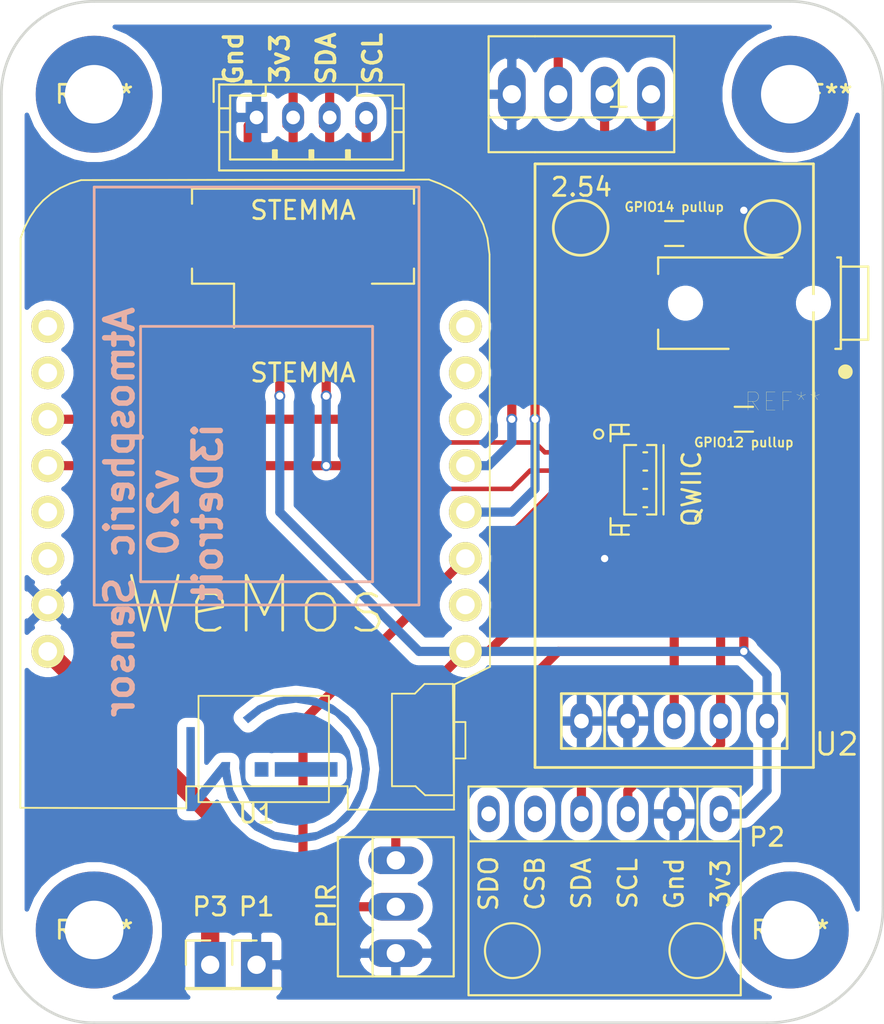
<source format=kicad_pcb>
(kicad_pcb (version 20171130) (host pcbnew "(5.1.6)-1")

  (general
    (thickness 1.6)
    (drawings 13)
    (tracks 138)
    (zones 0)
    (modules 18)
    (nets 19)
  )

  (page A4)
  (layers
    (0 F.Cu signal)
    (31 B.Cu signal)
    (32 B.Adhes user hide)
    (33 F.Adhes user hide)
    (34 B.Paste user hide)
    (35 F.Paste user hide)
    (36 B.SilkS user)
    (37 F.SilkS user)
    (38 B.Mask user)
    (39 F.Mask user)
    (40 Dwgs.User user)
    (41 Cmts.User user)
    (42 Eco1.User user)
    (43 Eco2.User user)
    (44 Edge.Cuts user)
    (45 Margin user)
    (46 B.CrtYd user)
    (47 F.CrtYd user)
    (48 B.Fab user hide)
    (49 F.Fab user hide)
  )

  (setup
    (last_trace_width 0.5)
    (user_trace_width 0.25)
    (user_trace_width 0.5)
    (user_trace_width 1)
    (trace_clearance 0.2)
    (zone_clearance 0.508)
    (zone_45_only no)
    (trace_min 0.2)
    (via_size 0.6)
    (via_drill 0.4)
    (via_min_size 0.4)
    (via_min_drill 0.3)
    (uvia_size 0.3)
    (uvia_drill 0.1)
    (uvias_allowed no)
    (uvia_min_size 0.2)
    (uvia_min_drill 0.1)
    (edge_width 0.15)
    (segment_width 0.2)
    (pcb_text_width 0.3)
    (pcb_text_size 1.5 1.5)
    (mod_edge_width 0.15)
    (mod_text_size 1 1)
    (mod_text_width 0.15)
    (pad_size 1.7 2.5)
    (pad_drill 1)
    (pad_to_mask_clearance 0.2)
    (aux_axis_origin 0 0)
    (visible_elements 7FFFFFFF)
    (pcbplotparams
      (layerselection 0x010f0_80000001)
      (usegerberextensions true)
      (usegerberattributes true)
      (usegerberadvancedattributes true)
      (creategerberjobfile true)
      (excludeedgelayer true)
      (linewidth 0.100000)
      (plotframeref false)
      (viasonmask false)
      (mode 1)
      (useauxorigin false)
      (hpglpennumber 1)
      (hpglpenspeed 20)
      (hpglpendiameter 15.000000)
      (psnegative false)
      (psa4output false)
      (plotreference true)
      (plotvalue true)
      (plotinvisibletext false)
      (padsonsilk false)
      (subtractmaskfromsilk false)
      (outputformat 1)
      (mirror false)
      (drillshape 0)
      (scaleselection 1)
      (outputdirectory "gerber"))
  )

  (net 0 "")
  (net 1 +3V3)
  (net 2 GND)
  (net 3 /SCL)
  (net 4 /SDA)
  (net 5 +5V)
  (net 6 "Net-(P2-Pad5)")
  (net 7 "Net-(P2-Pad6)")
  (net 8 "Net-(U1-Pad8)")
  (net 9 "Net-(U1-Pad7)")
  (net 10 "Net-(U1-Pad4)")
  (net 11 "Net-(U1-Pad3)")
  (net 12 "Net-(U1-Pad15)")
  (net 13 "Net-(U1-Pad11)")
  (net 14 "Net-(U1-Pad10)")
  (net 15 "Net-(U1-Pad9)")
  (net 16 /PIR)
  (net 17 /GPIO12)
  (net 18 /GPIO14)

  (net_class Default "This is the default net class."
    (clearance 0.2)
    (trace_width 0.25)
    (via_dia 0.6)
    (via_drill 0.4)
    (uvia_dia 0.3)
    (uvia_drill 0.1)
    (add_net +3V3)
    (add_net +5V)
    (add_net /GPIO12)
    (add_net /GPIO14)
    (add_net /PIR)
    (add_net /SCL)
    (add_net /SDA)
    (add_net GND)
    (add_net "Net-(P2-Pad5)")
    (add_net "Net-(P2-Pad6)")
    (add_net "Net-(U1-Pad10)")
    (add_net "Net-(U1-Pad11)")
    (add_net "Net-(U1-Pad15)")
    (add_net "Net-(U1-Pad3)")
    (add_net "Net-(U1-Pad4)")
    (add_net "Net-(U1-Pad7)")
    (add_net "Net-(U1-Pad8)")
    (add_net "Net-(U1-Pad9)")
  )

  (module Pin_Headers:Pin_Header_Straight_1x01_Pitch2.54mm (layer F.Cu) (tedit 5FD77180) (tstamp 5B1992B0)
    (at 148.59 108.585)
    (descr "Through hole straight pin header, 1x01, 2.54mm pitch, single row")
    (tags "Through hole pin header THT 1x01 2.54mm single row")
    (path /5B194EBB)
    (fp_text reference P3 (at 0 -3.175) (layer F.SilkS)
      (effects (font (size 1 1) (thickness 0.15)))
    )
    (fp_text value CONN_01X01 (at -3.81 4.445) (layer F.Fab)
      (effects (font (size 1 1) (thickness 0.15)))
    )
    (fp_line (start 1.8 -1.8) (end -1.8 -1.8) (layer F.CrtYd) (width 0.05))
    (fp_line (start 1.8 1.8) (end 1.8 -1.8) (layer F.CrtYd) (width 0.05))
    (fp_line (start -1.8 1.8) (end 1.8 1.8) (layer F.CrtYd) (width 0.05))
    (fp_line (start -1.8 -1.8) (end -1.8 1.8) (layer F.CrtYd) (width 0.05))
    (fp_line (start -1.33 -1.33) (end 0 -1.33) (layer F.SilkS) (width 0.12))
    (fp_line (start -1.33 0) (end -1.33 -1.33) (layer F.SilkS) (width 0.12))
    (fp_line (start -1.33 1.27) (end 1.33 1.27) (layer F.SilkS) (width 0.12))
    (fp_line (start 1.33 1.27) (end 1.33 1.33) (layer F.SilkS) (width 0.12))
    (fp_line (start -1.33 1.27) (end -1.33 1.33) (layer F.SilkS) (width 0.12))
    (fp_line (start -1.33 1.33) (end 1.33 1.33) (layer F.SilkS) (width 0.12))
    (fp_line (start -1.27 -0.635) (end -0.635 -1.27) (layer F.Fab) (width 0.1))
    (fp_line (start -1.27 1.27) (end -1.27 -0.635) (layer F.Fab) (width 0.1))
    (fp_line (start 1.27 1.27) (end -1.27 1.27) (layer F.Fab) (width 0.1))
    (fp_line (start 1.27 -1.27) (end 1.27 1.27) (layer F.Fab) (width 0.1))
    (fp_line (start -0.635 -1.27) (end 1.27 -1.27) (layer F.Fab) (width 0.1))
    (fp_text user %R (at 0 0 90) (layer F.Fab)
      (effects (font (size 1 1) (thickness 0.15)))
    )
    (pad 1 thru_hole rect (at 0 0) (size 1.7 2.5) (drill 1) (layers *.Cu *.Mask)
      (net 5 +5V))
    (model ${KISYS3DMOD}/Pin_Headers.3dshapes/Pin_Header_Straight_1x01_Pitch2.54mm.wrl
      (at (xyz 0 0 0))
      (scale (xyz 1 1 1))
      (rotate (xyz 0 0 0))
    )
  )

  (module Pin_Headers:Pin_Header_Straight_1x01_Pitch2.54mm (layer F.Cu) (tedit 5FD77174) (tstamp 5B1992AB)
    (at 151.13 108.585)
    (descr "Through hole straight pin header, 1x01, 2.54mm pitch, single row")
    (tags "Through hole pin header THT 1x01 2.54mm single row")
    (path /5B194F4D)
    (fp_text reference P1 (at 0 -3.175) (layer F.SilkS)
      (effects (font (size 1 1) (thickness 0.15)))
    )
    (fp_text value CONN_01X01 (at 3.81 4.445) (layer F.Fab)
      (effects (font (size 1 1) (thickness 0.15)))
    )
    (fp_line (start 1.8 -1.8) (end -1.8 -1.8) (layer F.CrtYd) (width 0.05))
    (fp_line (start 1.8 1.8) (end 1.8 -1.8) (layer F.CrtYd) (width 0.05))
    (fp_line (start -1.8 1.8) (end 1.8 1.8) (layer F.CrtYd) (width 0.05))
    (fp_line (start -1.8 -1.8) (end -1.8 1.8) (layer F.CrtYd) (width 0.05))
    (fp_line (start -1.33 -1.33) (end 0 -1.33) (layer F.SilkS) (width 0.12))
    (fp_line (start -1.33 0) (end -1.33 -1.33) (layer F.SilkS) (width 0.12))
    (fp_line (start -1.33 1.27) (end 1.33 1.27) (layer F.SilkS) (width 0.12))
    (fp_line (start 1.33 1.27) (end 1.33 1.33) (layer F.SilkS) (width 0.12))
    (fp_line (start -1.33 1.27) (end -1.33 1.33) (layer F.SilkS) (width 0.12))
    (fp_line (start -1.33 1.33) (end 1.33 1.33) (layer F.SilkS) (width 0.12))
    (fp_line (start -1.27 -0.635) (end -0.635 -1.27) (layer F.Fab) (width 0.1))
    (fp_line (start -1.27 1.27) (end -1.27 -0.635) (layer F.Fab) (width 0.1))
    (fp_line (start 1.27 1.27) (end -1.27 1.27) (layer F.Fab) (width 0.1))
    (fp_line (start 1.27 -1.27) (end 1.27 1.27) (layer F.Fab) (width 0.1))
    (fp_line (start -0.635 -1.27) (end 1.27 -1.27) (layer F.Fab) (width 0.1))
    (fp_text user %R (at 0 0 90) (layer F.Fab)
      (effects (font (size 1 1) (thickness 0.15)))
    )
    (pad 1 thru_hole rect (at 0 0) (size 1.7 2.5) (drill 1) (layers *.Cu *.Mask)
      (net 2 GND))
    (model ${KISYS3DMOD}/Pin_Headers.3dshapes/Pin_Header_Straight_1x01_Pitch2.54mm.wrl
      (at (xyz 0 0 0))
      (scale (xyz 1 1 1))
      (rotate (xyz 0 0 0))
    )
  )

  (module Resistors_SMD:R_0603 (layer F.Cu) (tedit 5FD6B5B6) (tstamp 5FD6DE66)
    (at 173.99 68.58)
    (descr "Resistor SMD 0603, reflow soldering, Vishay (see dcrcw.pdf)")
    (tags "resistor 0603")
    (attr smd)
    (fp_text reference "GPIO14 pullup" (at 0 -1.45) (layer F.SilkS)
      (effects (font (size 0.5 0.5) (thickness 0.1)))
    )
    (fp_text value R_0603 (at 0 1.5) (layer F.Fab)
      (effects (font (size 1 1) (thickness 0.15)))
    )
    (fp_line (start 1.25 0.7) (end -1.25 0.7) (layer F.CrtYd) (width 0.05))
    (fp_line (start 1.25 0.7) (end 1.25 -0.7) (layer F.CrtYd) (width 0.05))
    (fp_line (start -1.25 -0.7) (end -1.25 0.7) (layer F.CrtYd) (width 0.05))
    (fp_line (start -1.25 -0.7) (end 1.25 -0.7) (layer F.CrtYd) (width 0.05))
    (fp_line (start -0.5 -0.68) (end 0.5 -0.68) (layer F.SilkS) (width 0.12))
    (fp_line (start 0.5 0.68) (end -0.5 0.68) (layer F.SilkS) (width 0.12))
    (fp_line (start -0.8 -0.4) (end 0.8 -0.4) (layer F.Fab) (width 0.1))
    (fp_line (start 0.8 -0.4) (end 0.8 0.4) (layer F.Fab) (width 0.1))
    (fp_line (start 0.8 0.4) (end -0.8 0.4) (layer F.Fab) (width 0.1))
    (fp_line (start -0.8 0.4) (end -0.8 -0.4) (layer F.Fab) (width 0.1))
    (fp_text user %R (at 0 0) (layer F.Fab)
      (effects (font (size 0.4 0.4) (thickness 0.075)))
    )
    (pad 1 smd rect (at -0.75 0) (size 0.5 0.9) (layers F.Cu F.Paste F.Mask)
      (net 18 /GPIO14))
    (pad 2 smd rect (at 0.75 0) (size 0.5 0.9) (layers F.Cu F.Paste F.Mask)
      (net 1 +3V3))
    (model ${KISYS3DMOD}/Resistors_SMD.3dshapes/R_0603.wrl
      (at (xyz 0 0 0))
      (scale (xyz 1 1 1))
      (rotate (xyz 0 0 0))
    )
  )

  (module Resistors_SMD:R_0603 (layer F.Cu) (tedit 5FD6B5C3) (tstamp 5FD6DE5B)
    (at 177.8 78.74)
    (descr "Resistor SMD 0603, reflow soldering, Vishay (see dcrcw.pdf)")
    (tags "resistor 0603")
    (attr smd)
    (fp_text reference "GPIO12 pullup" (at 0 1.27) (layer F.SilkS)
      (effects (font (size 0.5 0.5) (thickness 0.1)))
    )
    (fp_text value R_0603 (at 0 1.5) (layer F.Fab)
      (effects (font (size 1 1) (thickness 0.15)))
    )
    (fp_line (start 1.25 0.7) (end -1.25 0.7) (layer F.CrtYd) (width 0.05))
    (fp_line (start 1.25 0.7) (end 1.25 -0.7) (layer F.CrtYd) (width 0.05))
    (fp_line (start -1.25 -0.7) (end -1.25 0.7) (layer F.CrtYd) (width 0.05))
    (fp_line (start -1.25 -0.7) (end 1.25 -0.7) (layer F.CrtYd) (width 0.05))
    (fp_line (start -0.5 -0.68) (end 0.5 -0.68) (layer F.SilkS) (width 0.12))
    (fp_line (start 0.5 0.68) (end -0.5 0.68) (layer F.SilkS) (width 0.12))
    (fp_line (start -0.8 -0.4) (end 0.8 -0.4) (layer F.Fab) (width 0.1))
    (fp_line (start 0.8 -0.4) (end 0.8 0.4) (layer F.Fab) (width 0.1))
    (fp_line (start 0.8 0.4) (end -0.8 0.4) (layer F.Fab) (width 0.1))
    (fp_line (start -0.8 0.4) (end -0.8 -0.4) (layer F.Fab) (width 0.1))
    (fp_text user %R (at 0 0) (layer F.Fab)
      (effects (font (size 0.4 0.4) (thickness 0.075)))
    )
    (pad 1 smd rect (at -0.75 0) (size 0.5 0.9) (layers F.Cu F.Paste F.Mask)
      (net 17 /GPIO12))
    (pad 2 smd rect (at 0.75 0) (size 0.5 0.9) (layers F.Cu F.Paste F.Mask)
      (net 1 +3V3))
    (model ${KISYS3DMOD}/Resistors_SMD.3dshapes/R_0603.wrl
      (at (xyz 0 0 0))
      (scale (xyz 1 1 1))
      (rotate (xyz 0 0 0))
    )
  )

  (module Evan:CUI_SJ-2504A-SMT-TR (layer F.Cu) (tedit 5FD6B559) (tstamp 5FD6D619)
    (at 178.11 72.39 180)
    (fp_text reference REF** (at -1.82651 -5.38948) (layer F.SilkS)
      (effects (font (size 1.000835 1.000835) (thickness 0.015)))
    )
    (fp_text value CUI_SJ-2504A-SMT-TR (at 6.82048 5.3693) (layer F.Fab)
      (effects (font (size 1.000803 1.000803) (thickness 0.015)))
    )
    (fp_line (start -5 -2.5) (end 5 -2.5) (layer F.Fab) (width 0.127))
    (fp_line (start 5 -2.5) (end 5 2.5) (layer F.Fab) (width 0.127))
    (fp_line (start 5 2.5) (end -5 2.5) (layer F.Fab) (width 0.127))
    (fp_line (start -5 2.5) (end -5 2) (layer F.Fab) (width 0.127))
    (fp_line (start -5 2) (end -5 -2) (layer F.Fab) (width 0.127))
    (fp_line (start -5 -2) (end -5 -2.5) (layer F.Fab) (width 0.127))
    (fp_line (start -5 -2) (end -6.5 -2) (layer F.Fab) (width 0.127))
    (fp_line (start -6.5 -2) (end -6.5 2) (layer F.Fab) (width 0.127))
    (fp_line (start -6.5 2) (end -5 2) (layer F.Fab) (width 0.127))
    (fp_circle (center -5.25 -3.75) (end -5.05 -3.75) (layer F.SilkS) (width 0.4))
    (fp_line (start -4.7 -2.5) (end -5 -2.5) (layer F.SilkS) (width 0.127))
    (fp_line (start -5 -2.5) (end -5 -2) (layer F.SilkS) (width 0.127))
    (fp_line (start -5 -2) (end -5 2) (layer F.SilkS) (width 0.127))
    (fp_line (start -5 2) (end -5 2.5) (layer F.SilkS) (width 0.127))
    (fp_line (start -5 2.5) (end -4.8 2.5) (layer F.SilkS) (width 0.127))
    (fp_line (start -5 -2) (end -6.5 -2) (layer F.SilkS) (width 0.127))
    (fp_line (start -6.5 -2) (end -6.5 2) (layer F.SilkS) (width 0.127))
    (fp_line (start -6.5 2) (end -5 2) (layer F.SilkS) (width 0.127))
    (fp_line (start -1.8 2.5) (end 5 2.5) (layer F.SilkS) (width 0.127))
    (fp_line (start 5 2.5) (end 5 1.6) (layer F.SilkS) (width 0.127))
    (fp_line (start 5 -1.45) (end 5 -2.5) (layer F.SilkS) (width 0.127))
    (fp_line (start 5 -2.5) (end 1.15 -2.5) (layer F.SilkS) (width 0.127))
    (fp_line (start -6.75 -2.25) (end -5.25 -2.25) (layer F.CrtYd) (width 0.05))
    (fp_line (start -5.25 -2.25) (end -5.25 -2.75) (layer F.CrtYd) (width 0.05))
    (fp_line (start -5.25 -2.75) (end -4.75 -2.75) (layer F.CrtYd) (width 0.05))
    (fp_line (start -4.75 -2.75) (end -4.75 -4.5) (layer F.CrtYd) (width 0.05))
    (fp_line (start -4.75 -4.5) (end 1.25 -4.5) (layer F.CrtYd) (width 0.05))
    (fp_line (start 1.25 -4.5) (end 1.25 -2.75) (layer F.CrtYd) (width 0.05))
    (fp_line (start 1.25 -2.75) (end 5.25 -2.75) (layer F.CrtYd) (width 0.05))
    (fp_line (start 5.25 -2.75) (end 5.25 -1.5) (layer F.CrtYd) (width 0.05))
    (fp_line (start 5.25 -1.5) (end 7.25 -1.5) (layer F.CrtYd) (width 0.05))
    (fp_line (start 7.25 -1.5) (end 7.25 1.5) (layer F.CrtYd) (width 0.05))
    (fp_line (start 7.25 1.5) (end 5.25 1.5) (layer F.CrtYd) (width 0.05))
    (fp_line (start 5.25 1.5) (end 5.25 2.75) (layer F.CrtYd) (width 0.05))
    (fp_line (start 5.25 2.75) (end -2 2.75) (layer F.CrtYd) (width 0.05))
    (fp_line (start -2 2.75) (end -2 4.5) (layer F.CrtYd) (width 0.05))
    (fp_line (start -2 4.5) (end -4.75 4.5) (layer F.CrtYd) (width 0.05))
    (fp_line (start -4.75 4.5) (end -4.75 2.75) (layer F.CrtYd) (width 0.05))
    (fp_line (start -4.75 2.75) (end -5.25 2.75) (layer F.CrtYd) (width 0.05))
    (fp_line (start -5.25 2.75) (end -5.25 2.25) (layer F.CrtYd) (width 0.05))
    (fp_line (start -5.25 2.25) (end -6.75 2.25) (layer F.CrtYd) (width 0.05))
    (fp_line (start -6.75 2.25) (end -6.75 -2.25) (layer F.CrtYd) (width 0.05))
    (pad 4 smd rect (at -3.3 3.15 180) (size 2.3 2.1) (layers F.Cu F.Paste F.Mask)
      (net 2 GND))
    (pad None np_thru_hole circle (at 3.5 0 180) (size 0.9 0.9) (drill 0.9) (layers *.Cu *.Mask))
    (pad None np_thru_hole circle (at -3.5 0 180) (size 0.9 0.9) (drill 0.9) (layers *.Cu *.Mask))
    (pad 3 smd rect (at -0.3 -3.1 180) (size 2.3 2) (layers F.Cu F.Paste F.Mask)
      (net 17 /GPIO12))
    (pad 2 smd rect (at 6 0 180) (size 2 2.3) (layers F.Cu F.Paste F.Mask)
      (net 18 /GPIO14))
    (pad 1 smd rect (at -3.3 -3.1 180) (size 2.3 2) (layers F.Cu F.Paste F.Mask)
      (net 1 +3V3))
  )

  (module Connectors:PINHEAD1-3 (layer F.Cu) (tedit 5FD6B098) (tstamp 5FD6CFFA)
    (at 158.75 107.95 90)
    (fp_text reference PIR (at 2.59 -3.8 90) (layer F.SilkS)
      (effects (font (size 1 1) (thickness 0.15)))
    )
    (fp_text value PINHEAD1-3 (at 2.54 3.81 90) (layer F.Fab)
      (effects (font (size 1 1) (thickness 0.15)))
    )
    (fp_line (start 6.6 3.42) (end -1.52 3.42) (layer F.CrtYd) (width 0.05))
    (fp_line (start 6.6 3.42) (end 6.6 -3.42) (layer F.CrtYd) (width 0.05))
    (fp_line (start -1.52 -3.42) (end -1.52 3.42) (layer F.CrtYd) (width 0.05))
    (fp_line (start -1.52 -3.42) (end 6.6 -3.42) (layer F.CrtYd) (width 0.05))
    (fp_line (start 6.35 3.17) (end -1.27 3.17) (layer F.SilkS) (width 0.12))
    (fp_line (start -1.27 -3.17) (end 6.35 -3.17) (layer F.SilkS) (width 0.12))
    (fp_line (start 6.35 -1.27) (end -1.27 -1.27) (layer F.SilkS) (width 0.12))
    (fp_line (start 6.35 -3.17) (end 6.35 3.17) (layer F.SilkS) (width 0.12))
    (fp_line (start -1.27 -3.17) (end -1.27 3.17) (layer F.SilkS) (width 0.12))
    (pad 1 thru_hole oval (at 0 0 90) (size 1.51 3.01) (drill 1) (layers *.Cu *.Mask)
      (net 2 GND))
    (pad 2 thru_hole oval (at 2.54 0 90) (size 1.51 3.01) (drill 1) (layers *.Cu *.Mask)
      (net 16 /PIR))
    (pad 3 thru_hole oval (at 5.08 0 90) (size 1.51 3.01) (drill 1) (layers *.Cu *.Mask)
      (net 1 +3V3))
  )

  (module wemos_d1_mini:PINHEAD1-4 (layer F.Cu) (tedit 5FD6AD51) (tstamp 5FD6B897)
    (at 172.72 60.96 180)
    (fp_text reference 2.54 (at 3.81 -5.08) (layer F.SilkS)
      (effects (font (size 1 1) (thickness 0.15)))
    )
    (fp_text value PINHEAD1-4 (at 4.19 2.83 90) (layer F.Fab)
      (effects (font (size 1 1) (thickness 0.15)))
    )
    (fp_text user 1 (at 1.77 0) (layer F.SilkS)
      (effects (font (size 1.5 1.5) (thickness 0.12)))
    )
    (fp_line (start 6.35 3.17) (end 8.89 3.17) (layer F.SilkS) (width 0.12))
    (fp_line (start 6.35 -1.27) (end 8.89 -1.27) (layer F.SilkS) (width 0.12))
    (fp_line (start 6.35 -3.17) (end 8.89 -3.17) (layer F.SilkS) (width 0.12))
    (fp_line (start -1.27 -3.17) (end -1.27 3.17) (layer F.SilkS) (width 0.12))
    (fp_line (start 8.89 -3.17) (end 8.89 3.17) (layer F.SilkS) (width 0.12))
    (fp_line (start 6.35 -1.27) (end -1.27 -1.27) (layer F.SilkS) (width 0.12))
    (fp_line (start -1.27 -3.17) (end 6.35 -3.17) (layer F.SilkS) (width 0.12))
    (fp_line (start 6.35 3.17) (end -1.27 3.17) (layer F.SilkS) (width 0.12))
    (fp_line (start -1.52 -3.42) (end 9.14 -3.42) (layer F.CrtYd) (width 0.05))
    (fp_line (start -1.52 -3.42) (end -1.52 3.42) (layer F.CrtYd) (width 0.05))
    (fp_line (start 9.14 3.42) (end 9.14 -3.42) (layer F.CrtYd) (width 0.05))
    (fp_line (start 9.14 3.42) (end -1.52 3.42) (layer F.CrtYd) (width 0.05))
    (pad 1 thru_hole oval (at 0 0 180) (size 1.51 3.01) (drill 1) (layers *.Cu *.Mask)
      (net 3 /SCL))
    (pad 2 thru_hole oval (at 2.54 0 180) (size 1.51 3.01) (drill 1) (layers *.Cu *.Mask)
      (net 4 /SDA))
    (pad 3 thru_hole oval (at 5.08 0 180) (size 1.51 3.01) (drill 1) (layers *.Cu *.Mask)
      (net 1 +3V3))
    (pad 4 thru_hole oval (at 7.62 0 180) (size 1.51 3.01) (drill 1) (layers *.Cu *.Mask)
      (net 2 GND))
  )

  (module Connectors_JST:JST_PH_B4B-PH-K_04x2.00mm_Straight (layer F.Cu) (tedit 5FD6A6CB) (tstamp 5FD6BF01)
    (at 151.13 62.23)
    (descr "JST PH series connector, B4B-PH-K, top entry type, through hole, Datasheet: http://www.jst-mfg.com/product/pdf/eng/ePH.pdf")
    (tags "connector jst ph")
    (fp_text reference STEMMA (at 2.54 5.08) (layer F.SilkS)
      (effects (font (size 1 1) (thickness 0.15)))
    )
    (fp_text value stemma (at 3 3.8) (layer F.Fab)
      (effects (font (size 1 1) (thickness 0.15)))
    )
    (fp_line (start 8.45 -2.2) (end -2.45 -2.2) (layer F.CrtYd) (width 0.05))
    (fp_line (start 8.45 3.3) (end 8.45 -2.2) (layer F.CrtYd) (width 0.05))
    (fp_line (start -2.45 3.3) (end 8.45 3.3) (layer F.CrtYd) (width 0.05))
    (fp_line (start -2.45 -2.2) (end -2.45 3.3) (layer F.CrtYd) (width 0.05))
    (fp_line (start 7.95 -1.7) (end -1.95 -1.7) (layer F.Fab) (width 0.1))
    (fp_line (start 7.95 2.8) (end 7.95 -1.7) (layer F.Fab) (width 0.1))
    (fp_line (start -1.95 2.8) (end 7.95 2.8) (layer F.Fab) (width 0.1))
    (fp_line (start -1.95 -1.7) (end -1.95 2.8) (layer F.Fab) (width 0.1))
    (fp_line (start -2.35 -2.1) (end -2.35 -0.85) (layer F.Fab) (width 0.1))
    (fp_line (start -1.1 -2.1) (end -2.35 -2.1) (layer F.Fab) (width 0.1))
    (fp_line (start -2.35 -2.1) (end -2.35 -0.85) (layer F.SilkS) (width 0.12))
    (fp_line (start -1.1 -2.1) (end -2.35 -2.1) (layer F.SilkS) (width 0.12))
    (fp_line (start 5 2.3) (end 5 1.8) (layer F.SilkS) (width 0.12))
    (fp_line (start 5.1 1.8) (end 5.1 2.3) (layer F.SilkS) (width 0.12))
    (fp_line (start 4.9 1.8) (end 5.1 1.8) (layer F.SilkS) (width 0.12))
    (fp_line (start 4.9 2.3) (end 4.9 1.8) (layer F.SilkS) (width 0.12))
    (fp_line (start 3 2.3) (end 3 1.8) (layer F.SilkS) (width 0.12))
    (fp_line (start 3.1 1.8) (end 3.1 2.3) (layer F.SilkS) (width 0.12))
    (fp_line (start 2.9 1.8) (end 3.1 1.8) (layer F.SilkS) (width 0.12))
    (fp_line (start 2.9 2.3) (end 2.9 1.8) (layer F.SilkS) (width 0.12))
    (fp_line (start 1 2.3) (end 1 1.8) (layer F.SilkS) (width 0.12))
    (fp_line (start 1.1 1.8) (end 1.1 2.3) (layer F.SilkS) (width 0.12))
    (fp_line (start 0.9 1.8) (end 1.1 1.8) (layer F.SilkS) (width 0.12))
    (fp_line (start 0.9 2.3) (end 0.9 1.8) (layer F.SilkS) (width 0.12))
    (fp_line (start -0.3 -1.9) (end -0.6 -1.9) (layer F.SilkS) (width 0.12))
    (fp_line (start -0.6 -2) (end -0.6 -1.8) (layer F.SilkS) (width 0.12))
    (fp_line (start -0.3 -2) (end -0.6 -2) (layer F.SilkS) (width 0.12))
    (fp_line (start -0.3 -1.8) (end -0.3 -2) (layer F.SilkS) (width 0.12))
    (fp_line (start 8.05 0.8) (end 7.45 0.8) (layer F.SilkS) (width 0.12))
    (fp_line (start 8.05 -0.5) (end 7.45 -0.5) (layer F.SilkS) (width 0.12))
    (fp_line (start -2.05 0.8) (end -1.45 0.8) (layer F.SilkS) (width 0.12))
    (fp_line (start -2.05 -0.5) (end -1.45 -0.5) (layer F.SilkS) (width 0.12))
    (fp_line (start 5.5 -1.2) (end 5.5 -1.8) (layer F.SilkS) (width 0.12))
    (fp_line (start 7.45 -1.2) (end 5.5 -1.2) (layer F.SilkS) (width 0.12))
    (fp_line (start 7.45 2.3) (end 7.45 -1.2) (layer F.SilkS) (width 0.12))
    (fp_line (start -1.45 2.3) (end 7.45 2.3) (layer F.SilkS) (width 0.12))
    (fp_line (start -1.45 -1.2) (end -1.45 2.3) (layer F.SilkS) (width 0.12))
    (fp_line (start 0.5 -1.2) (end -1.45 -1.2) (layer F.SilkS) (width 0.12))
    (fp_line (start 0.5 -1.8) (end 0.5 -1.2) (layer F.SilkS) (width 0.12))
    (fp_line (start 8.05 -1.8) (end -2.05 -1.8) (layer F.SilkS) (width 0.12))
    (fp_line (start 8.05 2.9) (end 8.05 -1.8) (layer F.SilkS) (width 0.12))
    (fp_line (start -2.05 2.9) (end 8.05 2.9) (layer F.SilkS) (width 0.12))
    (fp_line (start -2.05 -1.8) (end -2.05 2.9) (layer F.SilkS) (width 0.12))
    (fp_text user %R (at 3 1.5) (layer F.Fab)
      (effects (font (size 1 1) (thickness 0.15)))
    )
    (pad 1 thru_hole rect (at 0 0) (size 1.2 1.7) (drill 0.75) (layers *.Cu *.Mask)
      (net 2 GND))
    (pad 2 thru_hole oval (at 2 0) (size 1.2 1.7) (drill 0.75) (layers *.Cu *.Mask)
      (net 1 +3V3))
    (pad 3 thru_hole oval (at 4 0) (size 1.2 1.7) (drill 0.75) (layers *.Cu *.Mask)
      (net 4 /SDA))
    (pad 4 thru_hole oval (at 6 0) (size 1.2 1.7) (drill 0.75) (layers *.Cu *.Mask)
      (net 3 /SCL))
    (model ${KISYS3DMOD}/Connectors_JST.3dshapes/JST_PH_B4B-PH-K_04x2.00mm_Straight.wrl
      (at (xyz 0 0 0))
      (scale (xyz 1 1 1))
      (rotate (xyz 0 0 0))
    )
  )

  (module Connectors_JST:JST_PH_B4B-PH-SM4-TB_04x2.00mm_Straight (layer F.Cu) (tedit 5FD69D46) (tstamp 5FD6AF63)
    (at 153.67 69.85)
    (descr "JST PH series connector, B4B-PH-SM4-TB, top entry type, surface mount, Datasheet: http://www.jst-mfg.com/product/pdf/eng/ePH.pdf")
    (tags "connector jst ph")
    (attr smd)
    (fp_text reference STEMMA (at 0 6.35) (layer F.SilkS)
      (effects (font (size 1 1) (thickness 0.15)))
    )
    (fp_text value "JST PH I2C" (at 0 5.08) (layer F.Fab)
      (effects (font (size 1 1) (thickness 0.15)))
    )
    (fp_line (start 6.7 -4.13) (end -6.7 -4.13) (layer F.CrtYd) (width 0.05))
    (fp_line (start 6.7 4.38) (end 6.7 -4.13) (layer F.CrtYd) (width 0.05))
    (fp_line (start -6.7 4.38) (end 6.7 4.38) (layer F.CrtYd) (width 0.05))
    (fp_line (start -6.7 -4.13) (end -6.7 4.38) (layer F.CrtYd) (width 0.05))
    (fp_line (start -3 0.375) (end -2 1.375) (layer F.Fab) (width 0.1))
    (fp_line (start -4 1.375) (end -3 0.375) (layer F.Fab) (width 0.1))
    (fp_line (start -3.775 1.475) (end -3.775 3.875) (layer F.SilkS) (width 0.12))
    (fp_line (start 5.975 -3.625) (end -5.975 -3.625) (layer F.Fab) (width 0.1))
    (fp_line (start 5.975 1.375) (end 5.975 -3.625) (layer F.Fab) (width 0.1))
    (fp_line (start -5.975 1.375) (end 5.975 1.375) (layer F.Fab) (width 0.1))
    (fp_line (start -5.975 -3.625) (end -5.975 1.375) (layer F.Fab) (width 0.1))
    (fp_line (start 6.075 1.475) (end 3.775 1.475) (layer F.SilkS) (width 0.12))
    (fp_line (start 6.075 0.65) (end 6.075 1.475) (layer F.SilkS) (width 0.12))
    (fp_line (start -6.075 1.475) (end -3.775 1.475) (layer F.SilkS) (width 0.12))
    (fp_line (start -6.075 0.65) (end -6.075 1.475) (layer F.SilkS) (width 0.12))
    (fp_line (start 6.075 -3.725) (end 6.075 -2.9) (layer F.SilkS) (width 0.12))
    (fp_line (start -6.075 -3.725) (end 6.075 -3.725) (layer F.SilkS) (width 0.12))
    (fp_line (start -6.075 -2.9) (end -6.075 -3.725) (layer F.SilkS) (width 0.12))
    (fp_text user %R (at 0 -2.625) (layer F.Fab)
      (effects (font (size 1 1) (thickness 0.15)))
    )
    (pad 1 smd rect (at -3 1.125) (size 1 5.5) (layers F.Cu F.Paste F.Mask)
      (net 2 GND))
    (pad 2 smd rect (at -1 1.125) (size 1 5.5) (layers F.Cu F.Paste F.Mask)
      (net 1 +3V3))
    (pad 3 smd rect (at 1 1.125) (size 1 5.5) (layers F.Cu F.Paste F.Mask)
      (net 4 /SDA))
    (pad 4 smd rect (at 3 1.125) (size 1 5.5) (layers F.Cu F.Paste F.Mask)
      (net 3 /SCL))
    (pad "" smd rect (at -5.4 -1.125) (size 1.6 3) (layers F.Cu F.Paste F.Mask))
    (pad "" smd rect (at 5.4 -1.125) (size 1.6 3) (layers F.Cu F.Paste F.Mask))
    (model ${KISYS3DMOD}/Connectors_JST.3dshapes/JST_PH_B4B-PH-SM4-TB_04x2.00mm_Straight.wrl
      (at (xyz 0 0 0))
      (scale (xyz 1 1 1))
      (rotate (xyz 0 0 0))
    )
  )

  (module Connectors_JST:JST_SH_BM04B-SRSS-TB_04x1.00mm_Straight (layer F.Cu) (tedit 5FD698B4) (tstamp 5FD6A799)
    (at 171.4425 82.05 270)
    (descr http://www.jst-mfg.com/product/pdf/eng/eSH.pdf)
    (tags "connector jst sh")
    (attr smd)
    (fp_text reference QWIIC (at 0.5 -3.5 90) (layer F.SilkS)
      (effects (font (size 1 1) (thickness 0.15)))
    )
    (fp_text value QWIIC (at 0 3.5 90) (layer F.Fab)
      (effects (font (size 1 1) (thickness 0.15)))
    )
    (fp_line (start 3.9 2.55) (end -3.9 2.55) (layer F.CrtYd) (width 0.05))
    (fp_line (start 3.9 -2.7) (end 3.9 2.55) (layer F.CrtYd) (width 0.05))
    (fp_line (start -3.9 -2.7) (end 3.9 -2.7) (layer F.CrtYd) (width 0.05))
    (fp_line (start -3.9 2.55) (end -3.9 -2.7) (layer F.CrtYd) (width 0.05))
    (fp_line (start 1.5 -1.0625) (end 1.5 -0.8625) (layer F.SilkS) (width 0.12))
    (fp_line (start 0.5 -1.0625) (end 0.5 -0.8625) (layer F.SilkS) (width 0.12))
    (fp_line (start -0.5 -1.0625) (end -0.5 -0.8625) (layer F.SilkS) (width 0.12))
    (fp_line (start -1.5 -1.0625) (end -1.5 -0.8625) (layer F.SilkS) (width 0.12))
    (fp_line (start 1.9 0.1875) (end 1.9 -0.4625) (layer F.SilkS) (width 0.12))
    (fp_line (start -1.9 0.1875) (end 1.9 0.1875) (layer F.SilkS) (width 0.12))
    (fp_line (start -1.9 -0.4625) (end -1.9 0.1875) (layer F.SilkS) (width 0.12))
    (fp_line (start 1.9 -1.5625) (end 1.9 -1.0625) (layer F.SilkS) (width 0.12))
    (fp_line (start -1.9 -1.5625) (end 1.9 -1.5625) (layer F.SilkS) (width 0.12))
    (fp_line (start -1.9 -1.0625) (end -1.9 -1.5625) (layer F.SilkS) (width 0.12))
    (fp_line (start 3 0.3375) (end 2.5 0.3375) (layer F.SilkS) (width 0.12))
    (fp_line (start 3 0.3375) (end 3 0.3375) (layer F.SilkS) (width 0.12))
    (fp_line (start 2.5 0.3375) (end 3 0.3375) (layer F.SilkS) (width 0.12))
    (fp_line (start 2.5 0.3375) (end 2.5 0.3375) (layer F.SilkS) (width 0.12))
    (fp_line (start 2.5 0.9375) (end 2.5 0.9375) (layer F.SilkS) (width 0.12))
    (fp_line (start 2.5 -0.0625) (end 2.5 0.9375) (layer F.SilkS) (width 0.12))
    (fp_line (start 2.5 -0.0625) (end 2.5 -0.0625) (layer F.SilkS) (width 0.12))
    (fp_line (start 2.5 0.9375) (end 2.5 -0.0625) (layer F.SilkS) (width 0.12))
    (fp_line (start 3 0.9375) (end 2.1 0.9375) (layer F.SilkS) (width 0.12))
    (fp_line (start 3 -0.0625) (end 3 0.9375) (layer F.SilkS) (width 0.12))
    (fp_line (start -3 0.3375) (end -2.5 0.3375) (layer F.SilkS) (width 0.12))
    (fp_line (start -3 0.3375) (end -3 0.3375) (layer F.SilkS) (width 0.12))
    (fp_line (start -2.5 0.3375) (end -3 0.3375) (layer F.SilkS) (width 0.12))
    (fp_line (start -2.5 0.3375) (end -2.5 0.3375) (layer F.SilkS) (width 0.12))
    (fp_line (start -2.5 0.9375) (end -2.5 0.9375) (layer F.SilkS) (width 0.12))
    (fp_line (start -2.5 -0.0625) (end -2.5 0.9375) (layer F.SilkS) (width 0.12))
    (fp_line (start -2.5 -0.0625) (end -2.5 -0.0625) (layer F.SilkS) (width 0.12))
    (fp_line (start -2.5 0.9375) (end -2.5 -0.0625) (layer F.SilkS) (width 0.12))
    (fp_line (start -3 0.9375) (end -2.1 0.9375) (layer F.SilkS) (width 0.12))
    (fp_line (start -3 -0.0625) (end -3 0.9375) (layer F.SilkS) (width 0.12))
    (fp_line (start -1.9 -1.9625) (end 1.9 -1.9625) (layer F.SilkS) (width 0.12))
    (fp_circle (center -2.5 1.5875) (end -2.25 1.5875) (layer F.SilkS) (width 0.12))
    (pad 1 smd rect (at -1.5 1.2625 270) (size 0.6 1.55) (layers F.Cu F.Paste F.Mask)
      (net 3 /SCL))
    (pad 2 smd rect (at -0.5 1.2625 270) (size 0.6 1.55) (layers F.Cu F.Paste F.Mask)
      (net 4 /SDA))
    (pad 3 smd rect (at 0.5 1.2625 270) (size 0.6 1.55) (layers F.Cu F.Paste F.Mask)
      (net 1 +3V3))
    (pad 4 smd rect (at 1.5 1.2625 270) (size 0.6 1.55) (layers F.Cu F.Paste F.Mask)
      (net 2 GND))
    (pad "" smd rect (at -2.8 -1.2625 270) (size 1.2 1.8) (layers F.Cu F.Paste F.Mask))
    (pad "" smd rect (at 2.8 -1.2625 270) (size 1.2 1.8) (layers F.Cu F.Paste F.Mask))
  )

  (module wemos_d1_mini:BMP280W (layer F.Cu) (tedit 5FD68E12) (tstamp 5B15C3D7)
    (at 170.18 100.33)
    (path /5B15C17B)
    (fp_text reference P2 (at 8.89 1.27 180) (layer F.SilkS)
      (effects (font (size 1 1) (thickness 0.15)))
    )
    (fp_text value bme280 (at 0 6.35 180) (layer F.Fab)
      (effects (font (size 1 1) (thickness 0.15)))
    )
    (fp_text user SDO (at -6.35 3.81 90) (layer F.SilkS)
      (effects (font (size 1 1) (thickness 0.15)))
    )
    (fp_text user CSB (at -3.81 3.81 90) (layer F.SilkS)
      (effects (font (size 1 1) (thickness 0.15)))
    )
    (fp_text user SDA (at -1.27 3.81 90) (layer F.SilkS)
      (effects (font (size 1 1) (thickness 0.15)))
    )
    (fp_text user SCL (at 1.27 3.81 90) (layer F.SilkS)
      (effects (font (size 1 1) (thickness 0.15)))
    )
    (fp_text user Gnd (at 3.81 3.81 90) (layer F.SilkS)
      (effects (font (size 1 1) (thickness 0.15)))
    )
    (fp_text user 3v3 (at 6.35 3.81 90) (layer F.SilkS)
      (effects (font (size 1 1) (thickness 0.15)))
    )
    (fp_line (start -7.45 9.92) (end -7.45 1.5) (layer F.SilkS) (width 0.12))
    (fp_line (start 7.45 9.92) (end -7.45 9.92) (layer F.SilkS) (width 0.12))
    (fp_line (start 7.45 1.5) (end 7.45 9.92) (layer F.SilkS) (width 0.12))
    (fp_line (start -7.2 1.25) (end -7.2 -1.25) (layer F.CrtYd) (width 0.05))
    (fp_line (start 7.2 1.25) (end -7.2 1.25) (layer F.CrtYd) (width 0.05))
    (fp_line (start 7.2 -1.25) (end 7.2 1.25) (layer F.CrtYd) (width 0.05))
    (fp_line (start -7.2 -1.25) (end 7.2 -1.25) (layer F.CrtYd) (width 0.05))
    (fp_line (start 5.08 -1.5) (end 5.08 1.5) (layer F.SilkS) (width 0.12))
    (fp_line (start -7.45 1.5) (end -7.45 -1.5) (layer F.SilkS) (width 0.12))
    (fp_line (start 7.45 1.5) (end -7.45 1.5) (layer F.SilkS) (width 0.12))
    (fp_line (start 7.45 -1.5) (end 7.45 1.5) (layer F.SilkS) (width 0.12))
    (fp_line (start -7.45 -1.5) (end 7.45 -1.5) (layer F.SilkS) (width 0.12))
    (fp_circle (center 5.05 7.48) (end 6.55 7.48) (layer F.SilkS) (width 0.12))
    (fp_circle (center -5.05 7.48) (end -3.55 7.48) (layer F.SilkS) (width 0.12))
    (pad 1 thru_hole oval (at 6.35 0) (size 1.2 2) (drill 0.8) (layers *.Cu *.Mask)
      (net 1 +3V3))
    (pad 2 thru_hole oval (at 3.81 0) (size 1.2 2) (drill 0.8) (layers *.Cu *.Mask)
      (net 2 GND))
    (pad 3 thru_hole oval (at 1.27 0) (size 1.2 2) (drill 0.8) (layers *.Cu *.Mask)
      (net 3 /SCL))
    (pad 4 thru_hole oval (at -1.27 0) (size 1.2 2) (drill 0.8) (layers *.Cu *.Mask)
      (net 4 /SDA))
    (pad 5 thru_hole oval (at -3.81 0) (size 1.2 2) (drill 0.8) (layers *.Cu *.Mask)
      (net 6 "Net-(P2-Pad5)"))
    (pad 6 thru_hole oval (at -6.35 0) (size 1.2 2) (drill 0.8) (layers *.Cu *.Mask)
      (net 7 "Net-(P2-Pad6)"))
  )

  (module mine:BHT1750 (layer F.Cu) (tedit 5B15CE40) (tstamp 5B1606DE)
    (at 166.37 64.77)
    (tags "lux sensor, bht1750")
    (path /5B15D0A1)
    (fp_text reference U2 (at 16.51 31.75) (layer F.SilkS)
      (effects (font (size 1.2 1.2) (thickness 0.15)))
    )
    (fp_text value BHT1750 (at 7.62 10.16) (layer F.Fab)
      (effects (font (size 1.2 1.2) (thickness 0.15)))
    )
    (fp_line (start 3.81 28.98) (end 3.81 31.98) (layer F.SilkS) (width 0.15))
    (fp_line (start 1.44 31.98) (end 1.44 28.98) (layer F.SilkS) (width 0.15))
    (fp_line (start 13.8 31.98) (end 1.44 31.98) (layer F.SilkS) (width 0.15))
    (fp_line (start 13.8 28.98) (end 13.8 31.98) (layer F.SilkS) (width 0.15))
    (fp_line (start 1.44 28.98) (end 13.8 28.98) (layer F.SilkS) (width 0.15))
    (fp_line (start 0 33.02) (end 0 0) (layer F.SilkS) (width 0.15))
    (fp_line (start 15.24 33.02) (end 0 33.02) (layer F.SilkS) (width 0.15))
    (fp_line (start 15.24 0) (end 15.24 33.02) (layer F.SilkS) (width 0.15))
    (fp_line (start 0 0) (end 15.24 0) (layer F.SilkS) (width 0.15))
    (fp_circle (center 2.5 3.5) (end 2.5 2) (layer F.SilkS) (width 0.15))
    (fp_circle (center 13 3.5) (end 13 2) (layer F.SilkS) (width 0.15))
    (pad 1 thru_hole oval (at 2.54 30.48) (size 1.2 2) (drill 0.8) (layers *.Cu *.Mask)
      (net 2 GND))
    (pad 2 thru_hole oval (at 5.08 30.48) (size 1.2 2) (drill 0.8) (layers *.Cu *.Mask)
      (net 2 GND))
    (pad 3 thru_hole oval (at 7.62 30.48) (size 1.2 2) (drill 0.8) (layers *.Cu *.Mask)
      (net 4 /SDA))
    (pad 4 thru_hole oval (at 10.16 30.48) (size 1.2 2) (drill 0.8) (layers *.Cu *.Mask)
      (net 3 /SCL))
    (pad 5 thru_hole oval (at 12.7 30.48) (size 1.2 2) (drill 0.8) (layers *.Cu *.Mask)
      (net 1 +3V3))
  )

  (module wemos_d1_mini:D1_mini_board (layer F.Cu) (tedit 5B173ADC) (tstamp 5B15C3EB)
    (at 151.13 83.82)
    (path /5B15C0FC)
    (fp_text reference U1 (at 0 16.51) (layer F.SilkS)
      (effects (font (size 1 1) (thickness 0.15)))
    )
    (fp_text value WeMos_mini (at 1.27 -19.05) (layer F.Fab)
      (effects (font (size 1 1) (thickness 0.15)))
    )
    (fp_line (start 11.431517 13.476932) (end 10.814156 13.476932) (layer F.SilkS) (width 0.1))
    (fp_line (start 11.431517 11.483738) (end 11.431517 13.476932) (layer F.SilkS) (width 0.1))
    (fp_line (start 10.778878 11.483738) (end 11.431517 11.483738) (layer F.SilkS) (width 0.1))
    (fp_line (start 10.796517 15.487765) (end 10.7436 9.402349) (layer F.SilkS) (width 0.1))
    (fp_line (start 9.226656 15.487765) (end 10.796517 15.487765) (layer F.SilkS) (width 0.1))
    (fp_line (start 8.697489 14.993876) (end 9.226656 15.487765) (layer F.SilkS) (width 0.1))
    (fp_line (start 7.40985 14.993876) (end 8.697489 14.993876) (layer F.SilkS) (width 0.1))
    (fp_line (start 7.40985 9.931515) (end 7.40985 14.993876) (layer F.SilkS) (width 0.1))
    (fp_line (start 8.662211 9.931515) (end 7.40985 9.931515) (layer F.SilkS) (width 0.1))
    (fp_line (start 9.191378 9.402349) (end 8.662211 9.931515) (layer F.SilkS) (width 0.1))
    (fp_line (start 10.7436 9.402349) (end 9.191378 9.402349) (layer F.SilkS) (width 0.1))
    (fp_line (start -3.17965 15.865188) (end -3.17965 10.051451) (layer F.SilkS) (width 0.1))
    (fp_line (start 3.959931 15.865188) (end -3.17965 15.865188) (layer F.SilkS) (width 0.1))
    (fp_line (start 3.959931 10.051451) (end 3.959931 15.865188) (layer F.SilkS) (width 0.1))
    (fp_line (start -3.17965 10.051451) (end 3.959931 10.051451) (layer F.SilkS) (width 0.1))
    (fp_line (start 10.83248 9.424181) (end 10.802686 16.232524) (layer F.SilkS) (width 0.1))
    (fp_line (start 12.776026 8.463285) (end 10.83248 9.424181) (layer F.SilkS) (width 0.1))
    (fp_line (start 12.751078 -14.091807) (end 12.776026 8.463285) (layer F.SilkS) (width 0.1))
    (fp_line (start 12.635482 -14.984575) (end 12.751078 -14.091807) (layer F.SilkS) (width 0.1))
    (fp_line (start 12.407122 -15.739613) (end 12.635482 -14.984575) (layer F.SilkS) (width 0.1))
    (fp_line (start 12.079595 -16.37146) (end 12.407122 -15.739613) (layer F.SilkS) (width 0.1))
    (fp_line (start 11.666503 -16.894658) (end 12.079595 -16.37146) (layer F.SilkS) (width 0.1))
    (fp_line (start 11.181445 -17.323743) (end 11.666503 -16.894658) (layer F.SilkS) (width 0.1))
    (fp_line (start 10.638018 -17.673258) (end 11.181445 -17.323743) (layer F.SilkS) (width 0.1))
    (fp_line (start 10.049824 -17.957741) (end 10.638018 -17.673258) (layer F.SilkS) (width 0.1))
    (fp_line (start 9.43046 -18.191734) (end 10.049824 -17.957741) (layer F.SilkS) (width 0.1))
    (fp_line (start -9.607453 -18.162976) (end 9.43046 -18.191734) (layer F.SilkS) (width 0.1))
    (fp_line (start -10.20525 -17.97731) (end -9.607453 -18.162976) (layer F.SilkS) (width 0.1))
    (fp_line (start -10.74944 -17.730377) (end -10.20525 -17.97731) (layer F.SilkS) (width 0.1))
    (fp_line (start -11.240512 -17.422741) (end -10.74944 -17.730377) (layer F.SilkS) (width 0.1))
    (fp_line (start -11.678953 -17.054952) (end -11.240512 -17.422741) (layer F.SilkS) (width 0.1))
    (fp_line (start -12.065253 -16.627577) (end -11.678953 -17.054952) (layer F.SilkS) (width 0.1))
    (fp_line (start -12.399901 -16.141167) (end -12.065253 -16.627577) (layer F.SilkS) (width 0.1))
    (fp_line (start -12.683384 -15.596286) (end -12.399901 -16.141167) (layer F.SilkS) (width 0.1))
    (fp_line (start -12.916195 -14.993493) (end -12.683384 -15.596286) (layer F.SilkS) (width 0.1))
    (fp_line (start -12.930193 16.176658) (end -12.916195 -14.993493) (layer F.SilkS) (width 0.1))
    (fp_line (start -3.849397 16.202736) (end -12.930193 16.176658) (layer F.SilkS) (width 0.1))
    (fp_line (start -3.851373 15.000483) (end -3.849397 16.202736) (layer F.SilkS) (width 0.1))
    (fp_line (start 4.979849 14.993795) (end -3.851373 15.000483) (layer F.SilkS) (width 0.1))
    (fp_line (start 5.00618 16.277228) (end 4.979849 14.993795) (layer F.SilkS) (width 0.1))
    (fp_line (start 10.817472 16.277228) (end 5.00618 16.277228) (layer F.SilkS) (width 0.1))
    (fp_line (start -8.89 -17.78) (end -8.89 5.08) (layer B.SilkS) (width 0.15))
    (fp_line (start 8.89 -17.78) (end -8.89 -17.78) (layer B.SilkS) (width 0.15))
    (fp_line (start 8.89 5.08) (end 8.89 -17.78) (layer B.SilkS) (width 0.15))
    (fp_line (start -8.89 5.08) (end 8.89 5.08) (layer B.SilkS) (width 0.15))
    (fp_line (start 6.35 3.81) (end -6.35 3.81) (layer B.SilkS) (width 0.15))
    (fp_line (start 6.35 -10.16) (end 6.35 3.81) (layer B.SilkS) (width 0.15))
    (fp_line (start -6.35 -10.16) (end 6.35 -10.16) (layer B.SilkS) (width 0.15))
    (fp_line (start -6.35 3.81) (end -6.35 -10.16) (layer B.SilkS) (width 0.15))
    (fp_text user WeMos (at 0 5.08) (layer F.SilkS)
      (effects (font (size 3 3) (thickness 0.15)))
    )
    (pad 8 thru_hole circle (at -11.43 -10.16) (size 1.8 1.8) (drill 1.016) (layers *.Cu *.Mask F.SilkS)
      (net 8 "Net-(U1-Pad8)"))
    (pad 7 thru_hole circle (at -11.43 -7.62) (size 1.8 1.8) (drill 1.016) (layers *.Cu *.Mask F.SilkS)
      (net 9 "Net-(U1-Pad7)"))
    (pad 6 thru_hole circle (at -11.43 -5.08) (size 1.8 1.8) (drill 1.016) (layers *.Cu *.Mask F.SilkS)
      (net 3 /SCL))
    (pad 5 thru_hole circle (at -11.43 -2.54) (size 1.8 1.8) (drill 1.016) (layers *.Cu *.Mask F.SilkS)
      (net 4 /SDA))
    (pad 4 thru_hole circle (at -11.43 0) (size 1.8 1.8) (drill 1.016) (layers *.Cu *.Mask F.SilkS)
      (net 10 "Net-(U1-Pad4)"))
    (pad 3 thru_hole circle (at -11.43 2.54) (size 1.8 1.8) (drill 1.016) (layers *.Cu *.Mask F.SilkS)
      (net 11 "Net-(U1-Pad3)"))
    (pad 2 thru_hole circle (at -11.43 5.08) (size 1.8 1.8) (drill 1.016) (layers *.Cu *.Mask F.SilkS)
      (net 2 GND))
    (pad 1 thru_hole circle (at -11.43 7.62) (size 1.8 1.8) (drill 1.016) (layers *.Cu *.Mask F.SilkS)
      (net 5 +5V))
    (pad 16 thru_hole circle (at 11.43 7.62) (size 1.8 1.8) (drill 1.016) (layers *.Cu *.Mask F.SilkS)
      (net 1 +3V3))
    (pad 15 thru_hole circle (at 11.43 5.08) (size 1.8 1.8) (drill 1.016) (layers *.Cu *.Mask F.SilkS)
      (net 12 "Net-(U1-Pad15)"))
    (pad 14 thru_hole circle (at 11.43 2.54) (size 1.8 1.8) (drill 1.016) (layers *.Cu *.Mask F.SilkS)
      (net 16 /PIR))
    (pad 13 thru_hole circle (at 11.43 0) (size 1.8 1.8) (drill 1.016) (layers *.Cu *.Mask F.SilkS)
      (net 17 /GPIO12))
    (pad 12 thru_hole circle (at 11.43 -2.54) (size 1.8 1.8) (drill 1.016) (layers *.Cu *.Mask F.SilkS)
      (net 18 /GPIO14))
    (pad 11 thru_hole circle (at 11.43 -5.08) (size 1.8 1.8) (drill 1.016) (layers *.Cu *.Mask F.SilkS)
      (net 13 "Net-(U1-Pad11)"))
    (pad 10 thru_hole circle (at 11.43 -7.62) (size 1.8 1.8) (drill 1.016) (layers *.Cu *.Mask F.SilkS)
      (net 14 "Net-(U1-Pad10)"))
    (pad 9 thru_hole circle (at 11.43 -10.16) (size 1.8 1.8) (drill 1.016) (layers *.Cu *.Mask F.SilkS)
      (net 15 "Net-(U1-Pad9)"))
  )

  (module i3Logo:i3Logo1cm (layer B.Cu) (tedit 5B15B3E0) (tstamp 5B15F543)
    (at 152.4 97.79 270)
    (descr "i3Detroit Logo 1cm")
    (tags "i3Detroit, logo, i3, 1cm")
    (attr smd)
    (fp_text reference i3Detroit (at 0 8.160159 90) (layer B.SilkS) hide
      (effects (font (size 1.524 1.524) (thickness 0.3048)) (justify mirror))
    )
    (fp_text value "" (at 0 -8.160159 90) (layer B.SilkS) hide
      (effects (font (size 1.524 1.524) (thickness 0.3048)) (justify mirror))
    )
    (fp_poly (pts (xy -0.293508 0.275314) (xy 0.505249 0.275314) (xy 0.505249 -3.15934) (xy -0.293508 -3.15934)
      (xy -0.293508 0.275314)) (layer B.Cu) (width 0))
    (fp_poly (pts (xy -0.293508 1.375824) (xy 0.505249 1.375824) (xy 0.505249 0.621442) (xy -0.293508 0.621442)
      (xy -0.293508 1.375824)) (layer B.Cu) (width 0))
    (fp_poly (pts (xy 0.496374 3.138343) (xy 2.386765 4.650655) (xy 2.386765 5.112159) (xy -2.210524 5.112159)
      (xy -2.210524 4.650655) (xy 1.534757 4.64178) (xy -0.297839 3.170932) (xy -0.299402 2.713617)
      (xy 0.079244 2.733639) (xy 1.223783 2.54904) (xy 2.217793 2.035) (xy 3.001636 1.251157)
      (xy 3.515676 0.257147) (xy 3.700275 -0.887392) (xy 3.515676 -2.03193) (xy 3.001636 -3.02594)
      (xy 2.217793 -3.809783) (xy 1.223783 -4.323823) (xy 0.079244 -4.508422) (xy -1.065294 -4.323823)
      (xy -2.059304 -3.809783) (xy -2.843147 -3.02594) (xy -3.357187 -2.03193) (xy -3.541786 -0.887392)
      (xy -3.403727 0.105494) (xy -3.015162 0.992762) (xy -2.41451 1.73672) (xy -2.727125 2.027041)
      (xy -3.388508 1.198711) (xy -3.816 0.213533) (xy -3.967789 -0.887392) (xy -3.823224 -1.963248)
      (xy -3.415247 -2.93) (xy -2.782434 -3.749071) (xy -1.963363 -4.381883) (xy -0.996611 -4.789861)
      (xy 0.079245 -4.934426) (xy 1.155101 -4.789861) (xy 2.121853 -4.381883) (xy 2.940924 -3.749071)
      (xy 3.573737 -2.93) (xy 3.981714 -1.963248) (xy 4.126279 -0.887392) (xy 3.944526 0.315486)
      (xy 3.435824 1.37432) (xy 2.655008 2.234288) (xy 1.656913 2.84057) (xy 0.496374 3.138343)) (layer B.Cu) (width 0))
    (fp_poly (pts (xy -0.37622 0.31756) (xy -0.37622 -0.863716) (xy -0.37622 -2.044992) (xy -0.37622 -3.226268)
      (xy 0.585628 -3.226268) (xy 0.585628 -2.031091) (xy 0.585628 -0.835914) (xy 0.585628 0.359263)
      (xy -0.37622 0.359263) (xy -0.37622 0.338412) (xy -0.37622 0.31756)) (layer B.Mask) (width 0))
    (fp_poly (pts (xy -0.37622 1.412988) (xy -0.37622 0.536988) (xy 0.585628 0.536988) (xy 0.585628 1.45469)
      (xy -0.37622 1.45469) (xy -0.37622 1.433839) (xy -0.37622 1.412988)) (layer B.Mask) (width 0))
    (fp_poly (pts (xy -2.247496 5.052091) (xy -2.247496 4.47728) (xy -1.075307 4.474527) (xy 0.096883 4.471756)
      (xy 1.269073 4.468985) (xy 0.447265 3.809361) (xy -0.374513 3.149701) (xy -0.376511 2.571084)
      (xy 0.837806 2.51558) (xy 1.958298 2.044616) (xy 2.849369 1.214663) (xy 3.373094 0.198348)
      (xy 3.540307 -0.932525) (xy 3.330355 -2.055846) (xy 2.769983 -3.039841) (xy 1.925206 -3.793518)
      (xy 0.88212 -4.233339) (xy -0.230167 -4.312784) (xy -1.309376 -4.03888) (xy -2.244642 -3.434329)
      (xy -2.917583 -2.604292) (xy -3.307128 -1.610451) (xy -3.372893 -0.545152) (xy -3.020773 0.685004)
      (xy -2.245767 1.707066) (xy -2.672228 2.103078) (xy -3.321878 1.330878) (xy -3.757332 0.420997)
      (xy -3.95896 -0.567447) (xy -3.907131 -1.575336) (xy -3.605552 -2.539728) (xy -3.073359 -3.398285)
      (xy -2.349102 -4.102251) (xy -1.471333 -4.60287) (xy -0.518105 -4.864536) (xy 0.470045 -4.887787)
      (xy 1.43493 -4.6759) (xy 2.318368 -4.232151) (xy 3.055471 -3.599819) (xy 3.620773 -2.810352)
      (xy 3.985762 -1.911102) (xy 4.121921 -0.949424) (xy 3.952719 0.292124) (xy 3.413737 1.423106)
      (xy 2.553953 2.334371) (xy 1.671938 2.854122) (xy 0.687778 3.135479) (xy 1.55293 3.827599)
      (xy 2.418061 4.519743) (xy 2.418061 5.093112) (xy 1.251673 5.093112) (xy 0.085285 5.093112)
      (xy -1.081102 5.093112) (xy -2.247489 5.093112) (xy -2.247489 5.0726) (xy -2.247496 5.052091)) (layer B.Mask) (width 0))
  )

  (module Mounting_Holes:MountingHole_3.2mm_M3_Pad (layer F.Cu) (tedit 5B16F412) (tstamp 5B1BAB5D)
    (at 142.24 106.68)
    (descr "Mounting Hole 3.2mm, M3")
    (tags "mounting hole 3.2mm m3")
    (fp_text reference REF** (at 0 0) (layer F.SilkS)
      (effects (font (size 1 1) (thickness 0.15)))
    )
    (fp_text value hole3 (at 0 4.2) (layer F.Fab)
      (effects (font (size 1 1) (thickness 0.15)))
    )
    (fp_circle (center 0 0) (end 3.45 0) (layer F.CrtYd) (width 0.05))
    (fp_circle (center 0 0) (end 3.2 0) (layer Cmts.User) (width 0.15))
    (pad 1 thru_hole circle (at 0 0) (size 6.4 6.4) (drill 3.2) (layers *.Cu *.Mask))
  )

  (module Mounting_Holes:MountingHole_3.2mm_M3_Pad (layer F.Cu) (tedit 5B16F417) (tstamp 5B1BAB57)
    (at 180.34 106.68)
    (descr "Mounting Hole 3.2mm, M3")
    (tags "mounting hole 3.2mm m3")
    (fp_text reference REF** (at 0 0) (layer F.SilkS)
      (effects (font (size 1 1) (thickness 0.15)))
    )
    (fp_text value hole4 (at 0 4.2) (layer F.Fab)
      (effects (font (size 1 1) (thickness 0.15)))
    )
    (fp_circle (center 0 0) (end 3.45 0) (layer F.CrtYd) (width 0.05))
    (fp_circle (center 0 0) (end 3.2 0) (layer Cmts.User) (width 0.15))
    (pad 1 thru_hole circle (at 0 0) (size 6.4 6.4) (drill 3.2) (layers *.Cu *.Mask))
  )

  (module Mounting_Holes:MountingHole_3.2mm_M3_Pad (layer F.Cu) (tedit 5B16F40C) (tstamp 5B1BAB51)
    (at 180.34 60.96)
    (descr "Mounting Hole 3.2mm, M3")
    (tags "mounting hole 3.2mm m3")
    (fp_text reference REF** (at 1.27 0) (layer F.SilkS)
      (effects (font (size 1 1) (thickness 0.15)))
    )
    (fp_text value hole2 (at 0 4.2) (layer F.Fab)
      (effects (font (size 1 1) (thickness 0.15)))
    )
    (fp_circle (center 0 0) (end 3.45 0) (layer F.CrtYd) (width 0.05))
    (fp_circle (center 0 0) (end 3.2 0) (layer Cmts.User) (width 0.15))
    (pad 1 thru_hole circle (at 0 0) (size 6.4 6.4) (drill 3.2) (layers *.Cu *.Mask))
  )

  (module Mounting_Holes:MountingHole_3.2mm_M3_Pad (layer F.Cu) (tedit 5B16F40F) (tstamp 5B16080F)
    (at 142.24 60.96)
    (descr "Mounting Hole 3.2mm, M3")
    (tags "mounting hole 3.2mm m3")
    (fp_text reference REF** (at 0 0) (layer F.SilkS)
      (effects (font (size 1 1) (thickness 0.15)))
    )
    (fp_text value hole1 (at 0 4.2) (layer F.Fab)
      (effects (font (size 1 1) (thickness 0.15)))
    )
    (fp_circle (center 0 0) (end 3.45 0) (layer F.CrtYd) (width 0.05))
    (fp_circle (center 0 0) (end 3.2 0) (layer Cmts.User) (width 0.15))
    (pad 1 thru_hole circle (at 0 0) (size 6.4 6.4) (drill 3.2) (layers *.Cu *.Mask))
  )

  (gr_arc (start 179.07 105.41) (end 179.07 111.76) (angle -90) (layer Edge.Cuts) (width 0.15) (tstamp 5FDA7E32))
  (gr_arc (start 142.24 106.68) (end 137.16 106.68) (angle -90) (layer Edge.Cuts) (width 0.15) (tstamp 5FDA7E32))
  (gr_arc (start 142.24 60.96) (end 142.24 55.88) (angle -90) (layer Edge.Cuts) (width 0.15) (tstamp 5FDA7E32))
  (gr_arc (start 180.34 60.96) (end 185.42 60.96) (angle -90) (layer Edge.Cuts) (width 0.15))
  (gr_text Gnd (at 149.86 59 90) (layer F.SilkS)
    (effects (font (size 1 1) (thickness 0.2)))
  )
  (gr_text 3v3 (at 152.4 59 90) (layer F.SilkS)
    (effects (font (size 1 1) (thickness 0.2)))
  )
  (gr_text SDA (at 154.94 59 90) (layer F.SilkS)
    (effects (font (size 1 1) (thickness 0.2)))
  )
  (gr_text SCL (at 157.48 59 90) (layer F.SilkS)
    (effects (font (size 1 1) (thickness 0.2)))
  )
  (gr_text "Atmospheric Sensor\nv2.0\ni3Detroit" (at 146.05 83.82 90) (layer B.SilkS)
    (effects (font (size 1.5 1.5) (thickness 0.3)) (justify mirror))
  )
  (gr_line (start 137.16 106.68) (end 137.16 60.96) (angle 90) (layer Edge.Cuts) (width 0.15))
  (gr_line (start 179.07 111.76) (end 142.24 111.76) (angle 90) (layer Edge.Cuts) (width 0.15))
  (gr_line (start 185.42 60.96) (end 185.42 105.41) (angle 90) (layer Edge.Cuts) (width 0.15))
  (gr_line (start 142.24 55.88) (end 180.34 55.88) (angle 90) (layer Edge.Cuts) (width 0.15))

  (segment (start 162.56 91.44) (end 177.8 91.44) (width 0.5) (layer B.Cu) (net 1))
  (segment (start 179.07 92.71) (end 179.07 95.25) (width 0.5) (layer B.Cu) (net 1))
  (segment (start 177.8 91.44) (end 177.8 91.44) (width 0.5) (layer B.Cu) (net 1))
  (segment (start 176.53 100.33) (end 177.8 100.33) (width 0.5) (layer B.Cu) (net 1))
  (segment (start 179.07 99.06) (end 179.07 95.25) (width 0.5) (layer B.Cu) (net 1))
  (segment (start 177.8 100.33) (end 179.07 99.06) (width 0.5) (layer B.Cu) (net 1))
  (via (at 170.18 86.36) (size 0.6) (drill 0.4) (layers F.Cu B.Cu) (net 2))
  (segment (start 170.18 86.36) (end 170.18 83.55) (width 0.25) (layer F.Cu) (net 2))
  (via (at 152.4 77.47) (size 0.6) (drill 0.4) (layers F.Cu B.Cu) (net 1))
  (segment (start 152.67 62.69) (end 153.13 62.23) (width 0.25) (layer F.Cu) (net 1))
  (segment (start 167.64 62.23) (end 167.64 60.96) (width 0.25) (layer F.Cu) (net 1))
  (segment (start 162.56 91.44) (end 158.75 95.25) (width 0.5) (layer F.Cu) (net 1))
  (segment (start 158.75 95.25) (end 158.75 102.87) (width 0.5) (layer F.Cu) (net 1))
  (segment (start 177.8 91.44) (end 179.07 92.71) (width 0.5) (layer B.Cu) (net 1) (tstamp 5FD6D9B6))
  (via (at 177.8 91.44) (size 0.6) (drill 0.4) (layers F.Cu B.Cu) (net 1))
  (segment (start 177.8 91.44) (end 177.8 83.82) (width 0.5) (layer F.Cu) (net 1))
  (segment (start 177.8 83.82) (end 181.41 80.21) (width 0.5) (layer F.Cu) (net 1))
  (segment (start 178.75 78.94) (end 178.55 78.74) (width 0.5) (layer F.Cu) (net 1))
  (segment (start 181.41 78.94) (end 178.75 78.94) (width 0.5) (layer F.Cu) (net 1))
  (segment (start 181.41 78.94) (end 181.41 75.49) (width 0.5) (layer F.Cu) (net 1))
  (segment (start 181.41 80.21) (end 181.41 78.94) (width 0.5) (layer F.Cu) (net 1))
  (segment (start 180.709999 74.789999) (end 180.709999 74.029999) (width 0.5) (layer F.Cu) (net 1))
  (segment (start 181.41 75.49) (end 180.709999 74.789999) (width 0.5) (layer F.Cu) (net 1))
  (segment (start 175.26 68.58) (end 174.74 68.58) (width 0.5) (layer F.Cu) (net 1))
  (segment (start 180.709999 74.029999) (end 175.26 68.58) (width 0.5) (layer F.Cu) (net 1))
  (segment (start 162.56 91.44) (end 160.02 91.44) (width 0.5) (layer B.Cu) (net 1))
  (segment (start 160.02 91.44) (end 152.4 83.82) (width 0.5) (layer B.Cu) (net 1))
  (segment (start 152.4 83.82) (end 152.4 77.47) (width 0.5) (layer B.Cu) (net 1))
  (segment (start 170.18 82.55) (end 167.64 82.55) (width 0.25) (layer F.Cu) (net 1))
  (segment (start 165.1 90.17) (end 163.83 91.44) (width 0.5) (layer F.Cu) (net 1))
  (segment (start 163.83 91.44) (end 162.56 91.44) (width 0.5) (layer F.Cu) (net 1))
  (segment (start 167.64 82.55) (end 165.1 85.09) (width 0.5) (layer F.Cu) (net 1))
  (segment (start 165.1 85.09) (end 165.1 90.17) (width 0.5) (layer F.Cu) (net 1))
  (segment (start 152.67 70.975) (end 152.67 65.77) (width 0.5) (layer F.Cu) (net 1))
  (segment (start 153.13 65.31) (end 153.13 62.23) (width 0.5) (layer F.Cu) (net 1))
  (segment (start 152.67 65.77) (end 153.13 65.31) (width 0.5) (layer F.Cu) (net 1))
  (segment (start 152.4 71.245) (end 152.67 70.975) (width 0.5) (layer F.Cu) (net 1))
  (segment (start 152.4 77.47) (end 152.4 71.245) (width 0.5) (layer F.Cu) (net 1))
  (segment (start 167.64 58.42) (end 167.64 60.96) (width 0.5) (layer F.Cu) (net 1))
  (segment (start 153.13 62.23) (end 153.13 58.96) (width 0.5) (layer F.Cu) (net 1))
  (segment (start 153.67 58.42) (end 167.64 58.42) (width 0.5) (layer F.Cu) (net 1))
  (segment (start 153.13 58.96) (end 153.67 58.42) (width 0.5) (layer F.Cu) (net 1))
  (via (at 177.8 67.31) (size 0.6) (drill 0.4) (layers F.Cu B.Cu) (net 2))
  (segment (start 179.73 69.24) (end 177.8 67.31) (width 0.5) (layer F.Cu) (net 2))
  (segment (start 181.41 69.24) (end 179.73 69.24) (width 0.5) (layer F.Cu) (net 2))
  (segment (start 150.67 62.69) (end 151.13 62.23) (width 0.5) (layer F.Cu) (net 2))
  (segment (start 150.67 70.975) (end 150.67 62.69) (width 0.5) (layer F.Cu) (net 2))
  (via (at 165.1 78.74) (size 0.6) (drill 0.4) (layers F.Cu B.Cu) (net 18))
  (via (at 166.37 78.74) (size 0.6) (drill 0.4) (layers F.Cu B.Cu) (net 17))
  (via (at 154.94 77.47) (size 0.6) (drill 0.4) (layers F.Cu B.Cu) (net 4))
  (segment (start 171.45 100.33) (end 171.45 99.06) (width 0.5) (layer F.Cu) (net 3))
  (segment (start 171.45 99.06) (end 172.72 97.79) (width 0.5) (layer F.Cu) (net 3))
  (segment (start 172.72 97.79) (end 175.26 97.79) (width 0.5) (layer F.Cu) (net 3))
  (segment (start 176.53 96.52) (end 176.53 95.25) (width 0.5) (layer F.Cu) (net 3))
  (segment (start 175.26 97.79) (end 176.53 96.52) (width 0.5) (layer F.Cu) (net 3))
  (segment (start 160.02 78.74) (end 161.29 80.01) (width 0.25) (layer F.Cu) (net 3))
  (segment (start 170.18 80.55) (end 166.91 80.55) (width 0.25) (layer F.Cu) (net 3))
  (segment (start 166.37 80.01) (end 161.29 80.01) (width 0.25) (layer F.Cu) (net 3))
  (segment (start 166.91 80.55) (end 166.37 80.01) (width 0.25) (layer F.Cu) (net 3))
  (segment (start 173.89641 80.55) (end 170.18 80.55) (width 0.25) (layer F.Cu) (net 3))
  (segment (start 139.7 78.74) (end 157.48 78.74) (width 0.5) (layer F.Cu) (net 3))
  (segment (start 157.48 78.74) (end 160.02 78.74) (width 0.5) (layer F.Cu) (net 3))
  (segment (start 156.67 62.69) (end 157.13 62.23) (width 0.25) (layer F.Cu) (net 3))
  (segment (start 173.89641 80.55) (end 174.53 80.55) (width 0.25) (layer F.Cu) (net 3))
  (segment (start 174.53 80.55) (end 176.53 82.55) (width 0.25) (layer F.Cu) (net 3))
  (segment (start 176.53 91.44) (end 176.53 95.25) (width 0.5) (layer F.Cu) (net 3))
  (segment (start 176.53 82.55) (end 176.53 91.44) (width 0.5) (layer F.Cu) (net 3))
  (segment (start 156.67 70.975) (end 156.67 65.58) (width 0.5) (layer F.Cu) (net 3))
  (segment (start 157.13 65.12) (end 157.13 62.23) (width 0.5) (layer F.Cu) (net 3))
  (segment (start 156.67 65.58) (end 157.13 65.12) (width 0.5) (layer F.Cu) (net 3))
  (segment (start 156.21 78.74) (end 157.48 78.74) (width 0.5) (layer F.Cu) (net 3))
  (segment (start 157.48 77.82) (end 156.67 77.01) (width 0.5) (layer F.Cu) (net 3))
  (segment (start 157.48 78.74) (end 157.48 77.82) (width 0.5) (layer F.Cu) (net 3))
  (segment (start 156.67 77.01) (end 156.67 70.975) (width 0.5) (layer F.Cu) (net 3))
  (segment (start 161.64 65.12) (end 157.13 65.12) (width 0.5) (layer F.Cu) (net 3))
  (segment (start 162.56 66.04) (end 161.64 65.12) (width 0.5) (layer F.Cu) (net 3))
  (segment (start 172.72 60.96) (end 172.72 63.5) (width 0.5) (layer F.Cu) (net 3))
  (segment (start 172.72 63.5) (end 170.18 66.04) (width 0.5) (layer F.Cu) (net 3))
  (segment (start 170.18 66.04) (end 162.56 66.04) (width 0.5) (layer F.Cu) (net 3))
  (segment (start 160.02 81.28) (end 161.29 82.55) (width 0.25) (layer F.Cu) (net 4))
  (segment (start 160.02 81.28) (end 154.94 81.28) (width 0.5) (layer F.Cu) (net 4))
  (segment (start 173.99 95.25) (end 173.99 91.44) (width 0.5) (layer F.Cu) (net 4))
  (segment (start 168.91 97.79) (end 168.91 100.33) (width 0.5) (layer F.Cu) (net 4))
  (segment (start 167.64 91.44) (end 166.37 92.71) (width 0.5) (layer F.Cu) (net 4))
  (segment (start 166.37 92.71) (end 166.37 96.52) (width 0.5) (layer F.Cu) (net 4))
  (segment (start 167.64 97.79) (end 168.91 97.79) (width 0.5) (layer F.Cu) (net 4))
  (segment (start 173.99 91.44) (end 167.64 91.44) (width 0.5) (layer F.Cu) (net 4))
  (segment (start 166.37 96.52) (end 167.64 97.79) (width 0.5) (layer F.Cu) (net 4))
  (segment (start 161.29 82.55) (end 165.1 82.55) (width 0.25) (layer F.Cu) (net 4))
  (segment (start 170.18 81.55) (end 166.1 81.55) (width 0.25) (layer F.Cu) (net 4))
  (segment (start 166.1 81.55) (end 165.1 82.55) (width 0.25) (layer F.Cu) (net 4))
  (segment (start 170.18 81.55) (end 174.26 81.55) (width 0.25) (layer F.Cu) (net 4))
  (segment (start 174.26 81.55) (end 175.26 82.55) (width 0.25) (layer F.Cu) (net 4))
  (segment (start 154.94 81.28) (end 139.7 81.28) (width 0.5) (layer F.Cu) (net 4) (tstamp 5FD6B2DD))
  (via (at 154.94 81.28) (size 0.6) (drill 0.4) (layers F.Cu B.Cu) (net 4))
  (segment (start 154.67 62.69) (end 155.13 62.23) (width 0.25) (layer F.Cu) (net 4))
  (segment (start 173.99 91.44) (end 173.99 87.63) (width 0.5) (layer F.Cu) (net 4))
  (segment (start 173.99 87.63) (end 175.26 86.36) (width 0.5) (layer F.Cu) (net 4))
  (segment (start 175.26 82.55) (end 175.26 86.36) (width 0.5) (layer F.Cu) (net 4))
  (segment (start 154.67 70.975) (end 154.67 65.04) (width 0.5) (layer F.Cu) (net 4))
  (segment (start 155.13 64.58) (end 155.13 62.23) (width 0.5) (layer F.Cu) (net 4))
  (segment (start 154.67 65.04) (end 155.13 64.58) (width 0.5) (layer F.Cu) (net 4))
  (segment (start 154.94 77.47) (end 154.94 81.28) (width 0.5) (layer B.Cu) (net 4))
  (segment (start 154.94 71.245) (end 154.67 70.975) (width 0.5) (layer F.Cu) (net 4))
  (segment (start 154.94 77.47) (end 154.94 71.245) (width 0.5) (layer F.Cu) (net 4))
  (segment (start 155.13 62.23) (end 155.13 60.77) (width 0.5) (layer F.Cu) (net 4))
  (segment (start 155.13 60.77) (end 156.21 59.69) (width 0.5) (layer F.Cu) (net 4))
  (segment (start 156.21 59.69) (end 158.75 59.69) (width 0.5) (layer F.Cu) (net 4))
  (segment (start 158.75 59.69) (end 163.83 64.77) (width 0.5) (layer F.Cu) (net 4))
  (segment (start 163.83 64.77) (end 168.91 64.77) (width 0.5) (layer F.Cu) (net 4))
  (segment (start 170.18 63.5) (end 170.18 60.96) (width 0.5) (layer F.Cu) (net 4))
  (segment (start 168.91 64.77) (end 170.18 63.5) (width 0.5) (layer F.Cu) (net 4))
  (segment (start 148.59 100.33) (end 139.7 91.44) (width 1) (layer F.Cu) (net 5))
  (segment (start 148.59 108.585) (end 148.59 100.33) (width 1) (layer F.Cu) (net 5))
  (segment (start 156.79499 92.12501) (end 162.56 86.36) (width 0.5) (layer F.Cu) (net 16))
  (segment (start 158.75 105.41) (end 156.21 105.41) (width 0.5) (layer F.Cu) (net 16))
  (segment (start 156.21 105.41) (end 153.67 102.87) (width 0.5) (layer F.Cu) (net 16))
  (segment (start 153.67 102.87) (end 153.67 95.25) (width 0.5) (layer F.Cu) (net 16))
  (segment (start 153.67 95.25) (end 156.79499 92.12501) (width 0.5) (layer F.Cu) (net 16))
  (segment (start 166.37 78.74) (end 166.37 82.55) (width 0.5) (layer B.Cu) (net 17))
  (segment (start 166.37 82.55) (end 165.1 83.82) (width 0.5) (layer B.Cu) (net 17))
  (segment (start 165.1 83.82) (end 162.56 83.82) (width 0.5) (layer B.Cu) (net 17))
  (segment (start 166.37 78.74) (end 166.37 77.47) (width 0.5) (layer F.Cu) (net 17))
  (segment (start 166.37 77.47) (end 168.35 75.49) (width 0.5) (layer F.Cu) (net 17))
  (segment (start 177.05 78.74) (end 177.05 75.53) (width 0.5) (layer F.Cu) (net 17))
  (segment (start 177.05 75.53) (end 177.09 75.49) (width 0.5) (layer F.Cu) (net 17))
  (segment (start 168.35 75.49) (end 177.09 75.49) (width 0.5) (layer F.Cu) (net 17))
  (segment (start 177.09 75.49) (end 178.41 75.49) (width 0.5) (layer F.Cu) (net 17))
  (segment (start 165.1 78.74) (end 165.1 80.01) (width 0.5) (layer B.Cu) (net 18))
  (segment (start 163.83 81.28) (end 162.56 81.28) (width 0.5) (layer B.Cu) (net 18))
  (segment (start 165.1 80.01) (end 163.83 81.28) (width 0.5) (layer B.Cu) (net 18))
  (segment (start 165.1 78.74) (end 165.1 73.66) (width 0.5) (layer F.Cu) (net 18))
  (segment (start 166.37 72.39) (end 172.11 72.39) (width 0.5) (layer F.Cu) (net 18))
  (segment (start 165.1 73.66) (end 166.37 72.39) (width 0.5) (layer F.Cu) (net 18))
  (segment (start 171.45 71.73) (end 172.11 72.39) (width 0.5) (layer F.Cu) (net 18))
  (segment (start 173.24 68.58) (end 172.72 68.58) (width 0.5) (layer F.Cu) (net 18))
  (segment (start 171.45 69.85) (end 171.45 71.73) (width 0.5) (layer F.Cu) (net 18))
  (segment (start 172.72 68.58) (end 171.45 69.85) (width 0.5) (layer F.Cu) (net 18))

  (zone (net 2) (net_name GND) (layer B.Cu) (tstamp 5B173CFF) (hatch edge 0.508)
    (connect_pads (clearance 0.508))
    (min_thickness 0.254)
    (fill yes (arc_segments 16) (thermal_gap 0.508) (thermal_bridge_width 0.508))
    (polygon
      (pts
        (xy 184.15 110.49) (xy 138.43 110.49) (xy 138.43 57.15) (xy 184.15 57.15)
      )
    )
    (filled_polygon
      (pts
        (xy 178.523446 57.561467) (xy 177.89533 57.981161) (xy 177.361161 58.51533) (xy 176.941467 59.143446) (xy 176.652377 59.841372)
        (xy 176.505 60.582285) (xy 176.505 61.337715) (xy 176.652377 62.078628) (xy 176.941467 62.776554) (xy 177.361161 63.40467)
        (xy 177.89533 63.938839) (xy 178.523446 64.358533) (xy 179.221372 64.647623) (xy 179.962285 64.795) (xy 180.717715 64.795)
        (xy 181.458628 64.647623) (xy 182.156554 64.358533) (xy 182.78467 63.938839) (xy 183.318839 63.40467) (xy 183.738533 62.776554)
        (xy 184.023 62.089789) (xy 184.023 105.550211) (xy 183.738533 104.863446) (xy 183.318839 104.23533) (xy 182.78467 103.701161)
        (xy 182.156554 103.281467) (xy 181.458628 102.992377) (xy 180.717715 102.845) (xy 179.962285 102.845) (xy 179.221372 102.992377)
        (xy 178.523446 103.281467) (xy 177.89533 103.701161) (xy 177.361161 104.23533) (xy 176.941467 104.863446) (xy 176.652377 105.561372)
        (xy 176.505 106.302285) (xy 176.505 107.057715) (xy 176.652377 107.798628) (xy 176.941467 108.496554) (xy 177.361161 109.12467)
        (xy 177.89533 109.658839) (xy 178.523446 110.078533) (xy 179.210211 110.363) (xy 152.337585 110.363) (xy 152.431185 110.286185)
        (xy 152.510537 110.189494) (xy 152.569502 110.07918) (xy 152.605812 109.959482) (xy 152.618072 109.835) (xy 152.615 108.87075)
        (xy 152.45625 108.712) (xy 151.257 108.712) (xy 151.257 108.732) (xy 151.003 108.732) (xy 151.003 108.712)
        (xy 150.983 108.712) (xy 150.983 108.458) (xy 151.003 108.458) (xy 151.003 106.85875) (xy 151.257 106.85875)
        (xy 151.257 108.458) (xy 152.45625 108.458) (xy 152.615 108.29925) (xy 152.615023 108.291971) (xy 156.652723 108.291971)
        (xy 156.667207 108.364598) (xy 156.7737 108.616647) (xy 156.927319 108.843077) (xy 157.122161 109.035186) (xy 157.350738 109.185592)
        (xy 157.604265 109.288515) (xy 157.873 109.34) (xy 158.623 109.34) (xy 158.623 108.077) (xy 158.877 108.077)
        (xy 158.877 109.34) (xy 159.627 109.34) (xy 159.895735 109.288515) (xy 160.149262 109.185592) (xy 160.377839 109.035186)
        (xy 160.572681 108.843077) (xy 160.7263 108.616647) (xy 160.832793 108.364598) (xy 160.847277 108.291971) (xy 160.724683 108.077)
        (xy 158.877 108.077) (xy 158.623 108.077) (xy 156.775317 108.077) (xy 156.652723 108.291971) (xy 152.615023 108.291971)
        (xy 152.618072 107.335) (xy 152.605812 107.210518) (xy 152.569502 107.09082) (xy 152.510537 106.980506) (xy 152.431185 106.883815)
        (xy 152.334494 106.804463) (xy 152.22418 106.745498) (xy 152.104482 106.709188) (xy 151.98 106.696928) (xy 151.41575 106.7)
        (xy 151.257 106.85875) (xy 151.003 106.85875) (xy 150.84425 106.7) (xy 150.28 106.696928) (xy 150.155518 106.709188)
        (xy 150.03582 106.745498) (xy 149.925506 106.804463) (xy 149.86 106.858222) (xy 149.794494 106.804463) (xy 149.68418 106.745498)
        (xy 149.564482 106.709188) (xy 149.44 106.696928) (xy 147.74 106.696928) (xy 147.615518 106.709188) (xy 147.49582 106.745498)
        (xy 147.385506 106.804463) (xy 147.288815 106.883815) (xy 147.209463 106.980506) (xy 147.150498 107.09082) (xy 147.114188 107.210518)
        (xy 147.101928 107.335) (xy 147.101928 109.835) (xy 147.114188 109.959482) (xy 147.150498 110.07918) (xy 147.209463 110.189494)
        (xy 147.288815 110.286185) (xy 147.382415 110.363) (xy 143.369789 110.363) (xy 144.056554 110.078533) (xy 144.68467 109.658839)
        (xy 145.218839 109.12467) (xy 145.638533 108.496554) (xy 145.927623 107.798628) (xy 146.075 107.057715) (xy 146.075 106.302285)
        (xy 145.927623 105.561372) (xy 145.638533 104.863446) (xy 145.218839 104.23533) (xy 144.68467 103.701161) (xy 144.056554 103.281467)
        (xy 143.358628 102.992377) (xy 142.743399 102.87) (xy 156.603275 102.87) (xy 156.630113 103.142488) (xy 156.709594 103.404504)
        (xy 156.838666 103.645979) (xy 157.012366 103.857634) (xy 157.224021 104.031334) (xy 157.427319 104.14) (xy 157.224021 104.248666)
        (xy 157.012366 104.422366) (xy 156.838666 104.634021) (xy 156.709594 104.875496) (xy 156.630113 105.137512) (xy 156.603275 105.41)
        (xy 156.630113 105.682488) (xy 156.709594 105.944504) (xy 156.838666 106.185979) (xy 157.012366 106.397634) (xy 157.224021 106.571334)
        (xy 157.430848 106.681886) (xy 157.350738 106.714408) (xy 157.122161 106.864814) (xy 156.927319 107.056923) (xy 156.7737 107.283353)
        (xy 156.667207 107.535402) (xy 156.652723 107.608029) (xy 156.775317 107.823) (xy 158.623 107.823) (xy 158.623 107.803)
        (xy 158.877 107.803) (xy 158.877 107.823) (xy 160.724683 107.823) (xy 160.847277 107.608029) (xy 160.832793 107.535402)
        (xy 160.7263 107.283353) (xy 160.572681 107.056923) (xy 160.377839 106.864814) (xy 160.149262 106.714408) (xy 160.069152 106.681886)
        (xy 160.275979 106.571334) (xy 160.487634 106.397634) (xy 160.661334 106.185979) (xy 160.790406 105.944504) (xy 160.869887 105.682488)
        (xy 160.896725 105.41) (xy 160.869887 105.137512) (xy 160.790406 104.875496) (xy 160.661334 104.634021) (xy 160.487634 104.422366)
        (xy 160.275979 104.248666) (xy 160.072681 104.14) (xy 160.275979 104.031334) (xy 160.487634 103.857634) (xy 160.661334 103.645979)
        (xy 160.790406 103.404504) (xy 160.869887 103.142488) (xy 160.896725 102.87) (xy 160.869887 102.597512) (xy 160.790406 102.335496)
        (xy 160.661334 102.094021) (xy 160.487634 101.882366) (xy 160.275979 101.708666) (xy 160.034504 101.579594) (xy 159.772488 101.500113)
        (xy 159.568279 101.48) (xy 157.931721 101.48) (xy 157.727512 101.500113) (xy 157.465496 101.579594) (xy 157.224021 101.708666)
        (xy 157.012366 101.882366) (xy 156.838666 102.094021) (xy 156.709594 102.335496) (xy 156.630113 102.597512) (xy 156.603275 102.87)
        (xy 142.743399 102.87) (xy 142.617715 102.845) (xy 141.862285 102.845) (xy 141.121372 102.992377) (xy 140.423446 103.281467)
        (xy 139.79533 103.701161) (xy 139.261161 104.23533) (xy 138.841467 104.863446) (xy 138.557 105.550211) (xy 138.557 95.579476)
        (xy 146.652841 95.579476) (xy 146.652841 100.176765) (xy 146.658675 100.23627) (xy 146.664089 100.295752) (xy 146.664716 100.297883)
        (xy 146.664934 100.300104) (xy 146.682229 100.357386) (xy 146.699079 100.41464) (xy 146.70011 100.416612) (xy 146.700754 100.418745)
        (xy 146.728829 100.471546) (xy 146.756496 100.524468) (xy 146.75789 100.526202) (xy 146.758936 100.528169) (xy 146.796724 100.574502)
        (xy 146.834151 100.621051) (xy 146.835856 100.622482) (xy 146.837264 100.624208) (xy 146.883314 100.662304) (xy 146.929087 100.700712)
        (xy 146.931039 100.701785) (xy 146.932754 100.703204) (xy 146.985302 100.731616) (xy 147.037688 100.760416) (xy 147.039812 100.76109)
        (xy 147.041769 100.762148) (xy 147.098791 100.779799) (xy 147.155817 100.797889) (xy 147.158033 100.798138) (xy 147.160157 100.798795)
        (xy 147.219584 100.805041) (xy 147.278975 100.811703) (xy 147.283245 100.811733) (xy 147.283408 100.81175) (xy 147.283571 100.811735)
        (xy 147.287841 100.811765) (xy 147.749345 100.811765) (xy 147.781026 100.808659) (xy 147.812856 100.808581) (xy 147.842543 100.802627)
        (xy 147.872684 100.799672) (xy 147.903162 100.79047) (xy 147.934367 100.784212) (xy 147.962331 100.772606) (xy 147.991325 100.763852)
        (xy 148.019436 100.748905) (xy 148.048831 100.736705) (xy 148.074009 100.719888) (xy 148.100749 100.70567) (xy 148.125418 100.685551)
        (xy 148.151887 100.667871) (xy 148.173323 100.64648) (xy 148.196788 100.627342) (xy 148.217076 100.602818) (xy 148.23961 100.580331)
        (xy 148.245197 100.573446) (xy 148.966888 99.671332) (xy 148.974753 99.688295) (xy 148.986721 99.721194) (xy 149.00076 99.744384)
        (xy 149.012161 99.768972) (xy 149.016711 99.776582) (xy 149.622993 100.774676) (xy 149.63793 100.794588) (xy 149.650439 100.816113)
        (xy 149.675029 100.844042) (xy 149.697362 100.873813) (xy 149.715887 100.890448) (xy 149.732334 100.909129) (xy 149.738856 100.915135)
        (xy 150.598824 101.695951) (xy 150.619208 101.711111) (xy 150.6377 101.728513) (xy 150.668802 101.747994) (xy 150.698268 101.769908)
        (xy 150.721211 101.780821) (xy 150.742728 101.794298) (xy 150.750693 101.798194) (xy 151.809527 102.306896) (xy 151.835941 102.316542)
        (xy 151.861174 102.328954) (xy 151.894007 102.337747) (xy 151.925937 102.349407) (xy 151.953726 102.353739) (xy 151.980886 102.361013)
        (xy 151.989643 102.362399) (xy 153.192522 102.544152) (xy 153.216049 102.545382) (xy 153.239262 102.549453) (xy 153.277795 102.54861)
        (xy 153.316283 102.550622) (xy 153.339609 102.547257) (xy 153.363163 102.546742) (xy 153.371958 102.545623) (xy 154.447814 102.401058)
        (xy 154.465259 102.396949) (xy 154.483107 102.3953) (xy 154.52545 102.382773) (xy 154.568444 102.372647) (xy 154.584767 102.365224)
        (xy 154.601946 102.360142) (xy 154.610139 102.356752) (xy 155.576891 101.948775) (xy 155.590608 101.941334) (xy 155.60527 101.935971)
        (xy 155.64498 101.911837) (xy 155.685824 101.889679) (xy 155.697839 101.879711) (xy 155.711175 101.871606) (xy 155.718229 101.866234)
        (xy 156.5373 101.233421) (xy 156.547898 101.223438) (xy 156.559871 101.215144) (xy 156.592923 101.181024) (xy 156.627509 101.148444)
        (xy 156.635971 101.136585) (xy 156.646099 101.12613) (xy 156.651569 101.119152) (xy 157.284381 100.300081) (xy 157.292672 100.286859)
        (xy 157.302805 100.274986) (xy 157.325533 100.234452) (xy 157.350218 100.195085) (xy 157.355783 100.180503) (xy 157.363417 100.166889)
        (xy 157.366921 100.158744) (xy 157.489053 99.869336) (xy 162.595 99.869336) (xy 162.595 100.790665) (xy 162.61287 100.972102)
        (xy 162.683489 101.204901) (xy 162.798168 101.419449) (xy 162.952499 101.607502) (xy 163.140552 101.761833) (xy 163.3551 101.876511)
        (xy 163.587899 101.94713) (xy 163.83 101.970975) (xy 164.072102 101.94713) (xy 164.304901 101.876511) (xy 164.519449 101.761833)
        (xy 164.707502 101.607502) (xy 164.861833 101.419449) (xy 164.976511 101.204901) (xy 165.04713 100.972101) (xy 165.065 100.790664)
        (xy 165.065 99.869336) (xy 165.135 99.869336) (xy 165.135 100.790665) (xy 165.15287 100.972102) (xy 165.223489 101.204901)
        (xy 165.338168 101.419449) (xy 165.492499 101.607502) (xy 165.680552 101.761833) (xy 165.8951 101.876511) (xy 166.127899 101.94713)
        (xy 166.37 101.970975) (xy 166.612102 101.94713) (xy 166.844901 101.876511) (xy 167.059449 101.761833) (xy 167.247502 101.607502)
        (xy 167.401833 101.419449) (xy 167.516511 101.204901) (xy 167.58713 100.972101) (xy 167.605 100.790664) (xy 167.605 99.869336)
        (xy 167.675 99.869336) (xy 167.675 100.790665) (xy 167.69287 100.972102) (xy 167.763489 101.204901) (xy 167.878168 101.419449)
        (xy 168.032499 101.607502) (xy 168.220552 101.761833) (xy 168.4351 101.876511) (xy 168.667899 101.94713) (xy 168.91 101.970975)
        (xy 169.152102 101.94713) (xy 169.384901 101.876511) (xy 169.599449 101.761833) (xy 169.787502 101.607502) (xy 169.941833 101.419449)
        (xy 170.056511 101.204901) (xy 170.12713 100.972101) (xy 170.145 100.790664) (xy 170.145 99.869336) (xy 170.215 99.869336)
        (xy 170.215 100.790665) (xy 170.23287 100.972102) (xy 170.303489 101.204901) (xy 170.418168 101.419449) (xy 170.572499 101.607502)
        (xy 170.760552 101.761833) (xy 170.9751 101.876511) (xy 171.207899 101.94713) (xy 171.45 101.970975) (xy 171.692102 101.94713)
        (xy 171.924901 101.876511) (xy 172.139449 101.761833) (xy 172.327502 101.607502) (xy 172.481833 101.419449) (xy 172.596511 101.204901)
        (xy 172.66713 100.972101) (xy 172.685 100.790664) (xy 172.685 100.457) (xy 172.755 100.457) (xy 172.755 100.857)
        (xy 172.803507 101.095496) (xy 172.89761 101.319946) (xy 173.033693 101.521725) (xy 173.206526 101.693078) (xy 173.409467 101.827421)
        (xy 173.634718 101.919591) (xy 173.672391 101.923462) (xy 173.863 101.798731) (xy 173.863 100.457) (xy 174.117 100.457)
        (xy 174.117 101.798731) (xy 174.307609 101.923462) (xy 174.345282 101.919591) (xy 174.570533 101.827421) (xy 174.773474 101.693078)
        (xy 174.946307 101.521725) (xy 175.08239 101.319946) (xy 175.176493 101.095496) (xy 175.225 100.857) (xy 175.225 100.457)
        (xy 174.117 100.457) (xy 173.863 100.457) (xy 172.755 100.457) (xy 172.685 100.457) (xy 172.685 99.869335)
        (xy 172.678467 99.803) (xy 172.755 99.803) (xy 172.755 100.203) (xy 173.863 100.203) (xy 173.863 98.861269)
        (xy 174.117 98.861269) (xy 174.117 100.203) (xy 175.225 100.203) (xy 175.225 99.803) (xy 175.176493 99.564504)
        (xy 175.08239 99.340054) (xy 174.946307 99.138275) (xy 174.773474 98.966922) (xy 174.570533 98.832579) (xy 174.345282 98.740409)
        (xy 174.307609 98.736538) (xy 174.117 98.861269) (xy 173.863 98.861269) (xy 173.672391 98.736538) (xy 173.634718 98.740409)
        (xy 173.409467 98.832579) (xy 173.206526 98.966922) (xy 173.033693 99.138275) (xy 172.89761 99.340054) (xy 172.803507 99.564504)
        (xy 172.755 99.803) (xy 172.678467 99.803) (xy 172.66713 99.687898) (xy 172.596511 99.455099) (xy 172.481833 99.240551)
        (xy 172.327502 99.052498) (xy 172.139448 98.898167) (xy 171.9249 98.783489) (xy 171.692101 98.71287) (xy 171.45 98.689025)
        (xy 171.207898 98.71287) (xy 170.975099 98.783489) (xy 170.760551 98.898167) (xy 170.572498 99.052498) (xy 170.418167 99.240552)
        (xy 170.303489 99.4551) (xy 170.23287 99.687899) (xy 170.215 99.869336) (xy 170.145 99.869336) (xy 170.145 99.869335)
        (xy 170.12713 99.687898) (xy 170.056511 99.455099) (xy 169.941833 99.240551) (xy 169.787502 99.052498) (xy 169.599448 98.898167)
        (xy 169.3849 98.783489) (xy 169.152101 98.71287) (xy 168.91 98.689025) (xy 168.667898 98.71287) (xy 168.435099 98.783489)
        (xy 168.220551 98.898167) (xy 168.032498 99.052498) (xy 167.878167 99.240552) (xy 167.763489 99.4551) (xy 167.69287 99.687899)
        (xy 167.675 99.869336) (xy 167.605 99.869336) (xy 167.605 99.869335) (xy 167.58713 99.687898) (xy 167.516511 99.455099)
        (xy 167.401833 99.240551) (xy 167.247502 99.052498) (xy 167.059448 98.898167) (xy 166.8449 98.783489) (xy 166.612101 98.71287)
        (xy 166.37 98.689025) (xy 166.127898 98.71287) (xy 165.895099 98.783489) (xy 165.680551 98.898167) (xy 165.492498 99.052498)
        (xy 165.338167 99.240552) (xy 165.223489 99.4551) (xy 165.15287 99.687899) (xy 165.135 99.869336) (xy 165.065 99.869336)
        (xy 165.065 99.869335) (xy 165.04713 99.687898) (xy 164.976511 99.455099) (xy 164.861833 99.240551) (xy 164.707502 99.052498)
        (xy 164.519448 98.898167) (xy 164.3049 98.783489) (xy 164.072101 98.71287) (xy 163.83 98.689025) (xy 163.587898 98.71287)
        (xy 163.355099 98.783489) (xy 163.140551 98.898167) (xy 162.952498 99.052498) (xy 162.798167 99.240552) (xy 162.683489 99.4551)
        (xy 162.61287 99.687899) (xy 162.595 99.869336) (xy 157.489053 99.869336) (xy 157.774899 99.191992) (xy 157.780223 99.174879)
        (xy 157.78787 99.158667) (xy 157.798592 99.115831) (xy 157.811713 99.073656) (xy 157.813612 99.055829) (xy 157.817963 99.038446)
        (xy 157.819205 99.029667) (xy 157.96377 97.953812) (xy 157.964428 97.935461) (xy 157.9676 97.917374) (xy 157.966643 97.873658)
        (xy 157.96821 97.829961) (xy 157.965291 97.81183) (xy 157.964889 97.793474) (xy 157.96377 97.784678) (xy 157.819205 96.708823)
        (xy 157.815097 96.691379) (xy 157.813447 96.673529) (xy 157.800919 96.631182) (xy 157.790794 96.588193) (xy 157.783372 96.571872)
        (xy 157.778289 96.55469) (xy 157.774899 96.546498) (xy 157.366921 95.579746) (xy 157.359479 95.566027) (xy 157.354117 95.551368)
        (xy 157.329988 95.511667) (xy 157.307825 95.470813) (xy 157.297855 95.458796) (xy 157.289752 95.445463) (xy 157.284381 95.438409)
        (xy 157.236937 95.377) (xy 167.675 95.377) (xy 167.675 95.777) (xy 167.723507 96.015496) (xy 167.81761 96.239946)
        (xy 167.953693 96.441725) (xy 168.126526 96.613078) (xy 168.329467 96.747421) (xy 168.554718 96.839591) (xy 168.592391 96.843462)
        (xy 168.783 96.718731) (xy 168.783 95.377) (xy 169.037 95.377) (xy 169.037 96.718731) (xy 169.227609 96.843462)
        (xy 169.265282 96.839591) (xy 169.490533 96.747421) (xy 169.693474 96.613078) (xy 169.866307 96.441725) (xy 170.00239 96.239946)
        (xy 170.096493 96.015496) (xy 170.145 95.777) (xy 170.145 95.377) (xy 170.215 95.377) (xy 170.215 95.777)
        (xy 170.263507 96.015496) (xy 170.35761 96.239946) (xy 170.493693 96.441725) (xy 170.666526 96.613078) (xy 170.869467 96.747421)
        (xy 171.094718 96.839591) (xy 171.132391 96.843462) (xy 171.323 96.718731) (xy 171.323 95.377) (xy 171.577 95.377)
        (xy 171.577 96.718731) (xy 171.767609 96.843462) (xy 171.805282 96.839591) (xy 172.030533 96.747421) (xy 172.233474 96.613078)
        (xy 172.406307 96.441725) (xy 172.54239 96.239946) (xy 172.636493 96.015496) (xy 172.685 95.777) (xy 172.685 95.377)
        (xy 171.577 95.377) (xy 171.323 95.377) (xy 170.215 95.377) (xy 170.145 95.377) (xy 169.037 95.377)
        (xy 168.783 95.377) (xy 167.675 95.377) (xy 157.236937 95.377) (xy 156.731659 94.723) (xy 167.675 94.723)
        (xy 167.675 95.123) (xy 168.783 95.123) (xy 168.783 93.781269) (xy 169.037 93.781269) (xy 169.037 95.123)
        (xy 170.145 95.123) (xy 170.145 94.723) (xy 170.215 94.723) (xy 170.215 95.123) (xy 171.323 95.123)
        (xy 171.323 93.781269) (xy 171.577 93.781269) (xy 171.577 95.123) (xy 172.685 95.123) (xy 172.685 94.789336)
        (xy 172.755 94.789336) (xy 172.755 95.710665) (xy 172.77287 95.892102) (xy 172.843489 96.124901) (xy 172.958168 96.339449)
        (xy 173.112499 96.527502) (xy 173.300552 96.681833) (xy 173.5151 96.796511) (xy 173.747899 96.86713) (xy 173.99 96.890975)
        (xy 174.232102 96.86713) (xy 174.464901 96.796511) (xy 174.679449 96.681833) (xy 174.867502 96.527502) (xy 175.021833 96.339449)
        (xy 175.136511 96.124901) (xy 175.20713 95.892101) (xy 175.225 95.710664) (xy 175.225 94.789336) (xy 175.295 94.789336)
        (xy 175.295 95.710665) (xy 175.31287 95.892102) (xy 175.383489 96.124901) (xy 175.498168 96.339449) (xy 175.652499 96.527502)
        (xy 175.840552 96.681833) (xy 176.0551 96.796511) (xy 176.287899 96.86713) (xy 176.53 96.890975) (xy 176.772102 96.86713)
        (xy 177.004901 96.796511) (xy 177.219449 96.681833) (xy 177.407502 96.527502) (xy 177.561833 96.339449) (xy 177.676511 96.124901)
        (xy 177.74713 95.892101) (xy 177.765 95.710664) (xy 177.765 94.789335) (xy 177.74713 94.607898) (xy 177.676511 94.375099)
        (xy 177.561833 94.160551) (xy 177.407502 93.972498) (xy 177.219448 93.818167) (xy 177.0049 93.703489) (xy 176.772101 93.63287)
        (xy 176.53 93.609025) (xy 176.287898 93.63287) (xy 176.055099 93.703489) (xy 175.840551 93.818167) (xy 175.652498 93.972498)
        (xy 175.498167 94.160552) (xy 175.383489 94.3751) (xy 175.31287 94.607899) (xy 175.295 94.789336) (xy 175.225 94.789336)
        (xy 175.225 94.789335) (xy 175.20713 94.607898) (xy 175.136511 94.375099) (xy 175.021833 94.160551) (xy 174.867502 93.972498)
        (xy 174.679448 93.818167) (xy 174.4649 93.703489) (xy 174.232101 93.63287) (xy 173.99 93.609025) (xy 173.747898 93.63287)
        (xy 173.515099 93.703489) (xy 173.300551 93.818167) (xy 173.112498 93.972498) (xy 172.958167 94.160552) (xy 172.843489 94.3751)
        (xy 172.77287 94.607899) (xy 172.755 94.789336) (xy 172.685 94.789336) (xy 172.685 94.723) (xy 172.636493 94.484504)
        (xy 172.54239 94.260054) (xy 172.406307 94.058275) (xy 172.233474 93.886922) (xy 172.030533 93.752579) (xy 171.805282 93.660409)
        (xy 171.767609 93.656538) (xy 171.577 93.781269) (xy 171.323 93.781269) (xy 171.132391 93.656538) (xy 171.094718 93.660409)
        (xy 170.869467 93.752579) (xy 170.666526 93.886922) (xy 170.493693 94.058275) (xy 170.35761 94.260054) (xy 170.263507 94.484504)
        (xy 170.215 94.723) (xy 170.145 94.723) (xy 170.096493 94.484504) (xy 170.00239 94.260054) (xy 169.866307 94.058275)
        (xy 169.693474 93.886922) (xy 169.490533 93.752579) (xy 169.265282 93.660409) (xy 169.227609 93.656538) (xy 169.037 93.781269)
        (xy 168.783 93.781269) (xy 168.592391 93.656538) (xy 168.554718 93.660409) (xy 168.329467 93.752579) (xy 168.126526 93.886922)
        (xy 167.953693 94.058275) (xy 167.81761 94.260054) (xy 167.723507 94.484504) (xy 167.675 94.723) (xy 156.731659 94.723)
        (xy 156.651569 94.619338) (xy 156.641586 94.60874) (xy 156.633292 94.596767) (xy 156.599172 94.563715) (xy 156.566592 94.529129)
        (xy 156.554733 94.520667) (xy 156.544278 94.510539) (xy 156.5373 94.505069) (xy 155.718229 93.872256) (xy 155.705007 93.863965)
        (xy 155.693133 93.853831) (xy 155.652603 93.831105) (xy 155.613233 93.806418) (xy 155.598648 93.800852) (xy 155.585036 93.793219)
        (xy 155.576891 93.789715) (xy 154.610139 93.381738) (xy 154.593026 93.376414) (xy 154.576814 93.368767) (xy 154.533975 93.358044)
        (xy 154.491802 93.344924) (xy 154.473977 93.343025) (xy 154.456593 93.338674) (xy 154.447814 93.337432) (xy 153.371958 93.192867)
        (xy 153.352515 93.19217) (xy 153.333345 93.188876) (xy 153.290725 93.189955) (xy 153.248107 93.188427) (xy 153.228899 93.19152)
        (xy 153.209454 93.192012) (xy 153.200663 93.193162) (xy 152.099737 93.344951) (xy 152.08026 93.349609) (xy 152.060334 93.351653)
        (xy 152.020122 93.363991) (xy 151.979206 93.373776) (xy 151.960999 93.382131) (xy 151.941855 93.388005) (xy 151.933697 93.391478)
        (xy 150.948519 93.81897) (xy 150.933237 93.827461) (xy 150.916905 93.833732) (xy 150.879169 93.857501) (xy 150.840187 93.87916)
        (xy 150.826837 93.890465) (xy 150.812043 93.899783) (xy 150.805076 93.905266) (xy 149.976746 94.566649) (xy 149.961318 94.581655)
        (xy 149.944103 94.594572) (xy 149.916997 94.624764) (xy 149.887907 94.653058) (xy 149.875685 94.670778) (xy 149.86131 94.68679)
        (xy 149.840585 94.721669) (xy 149.817544 94.755077) (xy 149.808998 94.77483) (xy 149.798005 94.793332) (xy 149.784449 94.831576)
        (xy 149.768337 94.868819) (xy 149.763791 94.889858) (xy 149.756601 94.910141) (xy 149.750731 94.950291) (xy 149.74216 94.989954)
        (xy 149.741787 95.011471) (xy 149.738673 95.032768) (xy 149.740714 95.073301) (xy 149.74001 95.113865) (xy 149.743823 95.135042)
        (xy 149.744905 95.156541) (xy 149.754779 95.195901) (xy 149.761968 95.235834) (xy 149.769824 95.255873) (xy 149.77506 95.276747)
        (xy 149.79239 95.313439) (xy 149.807199 95.351216) (xy 149.818793 95.369342) (xy 149.827987 95.388807) (xy 149.852115 95.421434)
        (xy 149.873979 95.455615) (xy 149.88888 95.47115) (xy 149.901674 95.488451) (xy 149.907662 95.49499) (xy 150.197982 95.807605)
        (xy 150.226347 95.832716) (xy 150.252708 95.859902) (xy 150.272628 95.873687) (xy 150.290775 95.889752) (xy 150.323473 95.908873)
        (xy 150.354616 95.930424) (xy 150.376841 95.94008) (xy 150.397757 95.952311) (xy 150.43354 95.964714) (xy 150.468283 95.979809)
        (xy 150.491962 95.984965) (xy 150.514853 95.992899) (xy 150.552366 95.998116) (xy 150.589376 96.006174) (xy 150.613602 96.006632)
        (xy 150.637602 96.00997) (xy 150.675411 96.007802) (xy 150.713284 96.008518) (xy 150.737142 96.004261) (xy 150.761329 96.002874)
        (xy 150.797992 95.993404) (xy 150.835287 95.98675) (xy 150.857867 95.977939) (xy 150.881321 95.971881) (xy 150.915444 95.955471)
        (xy 150.950739 95.941699) (xy 150.971176 95.928671) (xy 150.993008 95.918172) (xy 151.023301 95.895442) (xy 151.055241 95.875081)
        (xy 151.062179 95.86956) (xy 151.739922 95.322367) (xy 152.468865 95.003138) (xy 153.280411 94.890294) (xy 154.230502 95.043531)
        (xy 155.046657 95.465596) (xy 155.69104 96.109979) (xy 156.113105 96.926134) (xy 156.265216 97.869244) (xy 156.192453 98.320388)
        (xy 156.194278 98.304115) (xy 156.194308 98.299845) (xy 156.194325 98.299682) (xy 156.19431 98.299519) (xy 156.19434 98.295249)
        (xy 156.19434 97.496492) (xy 156.188506 97.436987) (xy 156.183092 97.377505) (xy 156.182465 97.375374) (xy 156.182247 97.373153)
        (xy 156.164952 97.315871) (xy 156.148102 97.258617) (xy 156.147071 97.256645) (xy 156.146427 97.254512) (xy 156.118352 97.201711)
        (xy 156.090685 97.148789) (xy 156.089291 97.147055) (xy 156.088245 97.145088) (xy 156.050457 97.098755) (xy 156.01303 97.052206)
        (xy 156.011325 97.050775) (xy 156.009917 97.049049) (xy 155.963867 97.010953) (xy 155.918094 96.972545) (xy 155.916142 96.971472)
        (xy 155.914427 96.970053) (xy 155.861867 96.941634) (xy 155.809493 96.912841) (xy 155.807369 96.912167) (xy 155.805412 96.911109)
        (xy 155.74839 96.893458) (xy 155.691364 96.875368) (xy 155.689148 96.875119) (xy 155.687024 96.874462) (xy 155.627597 96.868216)
        (xy 155.568206 96.861554) (xy 155.563936 96.861524) (xy 155.563773 96.861507) (xy 155.56361 96.861522) (xy 155.55934 96.861492)
        (xy 152.124686 96.861492) (xy 152.065181 96.867326) (xy 152.005699 96.87274) (xy 152.003568 96.873367) (xy 152.001347 96.873585)
        (xy 151.951963 96.888495) (xy 151.910582 96.875368) (xy 151.908366 96.875119) (xy 151.906242 96.874462) (xy 151.846815 96.868216)
        (xy 151.787424 96.861554) (xy 151.783154 96.861524) (xy 151.782991 96.861507) (xy 151.782828 96.861522) (xy 151.778558 96.861492)
        (xy 151.024176 96.861492) (xy 150.964671 96.867326) (xy 150.905189 96.87274) (xy 150.903058 96.873367) (xy 150.900837 96.873585)
        (xy 150.843555 96.89088) (xy 150.786301 96.90773) (xy 150.784329 96.908761) (xy 150.782196 96.909405) (xy 150.729395 96.93748)
        (xy 150.676473 96.965147) (xy 150.674739 96.966541) (xy 150.672772 96.967587) (xy 150.626439 97.005375) (xy 150.57989 97.042802)
        (xy 150.578459 97.044507) (xy 150.576733 97.045915) (xy 150.538637 97.091965) (xy 150.500229 97.137738) (xy 150.499156 97.13969)
        (xy 150.497737 97.141405) (xy 150.469325 97.193953) (xy 150.440525 97.246339) (xy 150.439851 97.248463) (xy 150.438793 97.25042)
        (xy 150.421142 97.307442) (xy 150.403052 97.364468) (xy 150.402803 97.366684) (xy 150.402146 97.368808) (xy 150.3959 97.428235)
        (xy 150.389238 97.487626) (xy 150.389208 97.491896) (xy 150.389191 97.492059) (xy 150.389206 97.492222) (xy 150.389176 97.496492)
        (xy 150.389176 98.295249) (xy 150.39501 98.354754) (xy 150.400424 98.414236) (xy 150.401051 98.416367) (xy 150.401269 98.418588)
        (xy 150.418564 98.47587) (xy 150.435414 98.533124) (xy 150.436445 98.535096) (xy 150.437089 98.537229) (xy 150.465164 98.59003)
        (xy 150.492831 98.642952) (xy 150.494225 98.644686) (xy 150.495271 98.646653) (xy 150.533059 98.692986) (xy 150.570486 98.739535)
        (xy 150.572191 98.740966) (xy 150.573599 98.742692) (xy 150.619649 98.780788) (xy 150.665422 98.819196) (xy 150.667374 98.820269)
        (xy 150.669089 98.821688) (xy 150.721637 98.8501) (xy 150.774023 98.8789) (xy 150.776147 98.879574) (xy 150.778104 98.880632)
        (xy 150.835126 98.898283) (xy 150.892152 98.916373) (xy 150.894368 98.916622) (xy 150.896492 98.917279) (xy 150.955919 98.923525)
        (xy 151.01531 98.930187) (xy 151.01958 98.930217) (xy 151.019743 98.930234) (xy 151.019906 98.930219) (xy 151.024176 98.930249)
        (xy 151.778558 98.930249) (xy 151.838063 98.924415) (xy 151.897545 98.919001) (xy 151.899676 98.918374) (xy 151.901897 98.918156)
        (xy 151.951281 98.903246) (xy 151.992662 98.916373) (xy 151.994878 98.916622) (xy 151.997002 98.917279) (xy 152.056429 98.923525)
        (xy 152.11582 98.930187) (xy 152.12009 98.930217) (xy 152.120253 98.930234) (xy 152.120416 98.930219) (xy 152.124686 98.930249)
        (xy 155.55934 98.930249) (xy 155.618845 98.924415) (xy 155.678327 98.919001) (xy 155.680458 98.918374) (xy 155.682679 98.918156)
        (xy 155.739961 98.900861) (xy 155.797215 98.884011) (xy 155.799187 98.88298) (xy 155.80132 98.882336) (xy 155.854121 98.854261)
        (xy 155.907043 98.826594) (xy 155.908777 98.8252) (xy 155.910744 98.824154) (xy 155.957077 98.786366) (xy 156.003626 98.748939)
        (xy 156.005057 98.747234) (xy 156.006783 98.745826) (xy 156.044879 98.699776) (xy 156.083287 98.654003) (xy 156.08436 98.652051)
        (xy 156.085779 98.650336) (xy 156.114191 98.597788) (xy 156.142991 98.545402) (xy 156.143665 98.543278) (xy 156.144723 98.541321)
        (xy 156.162374 98.484299) (xy 156.169783 98.460944) (xy 156.113105 98.812354) (xy 155.69104 99.62851) (xy 155.046657 100.272893)
        (xy 154.230502 100.694958) (xy 153.287391 100.847069) (xy 152.344282 100.694958) (xy 151.528126 100.272893) (xy 150.883743 99.62851)
        (xy 150.461678 98.812355) (xy 150.304055 97.835071) (xy 150.320497 97.524129) (xy 150.319793 97.508469) (xy 150.32138 97.492861)
        (xy 150.317016 97.446668) (xy 150.314934 97.400323) (xy 150.311199 97.385088) (xy 150.309725 97.36948) (xy 150.296474 97.325019)
        (xy 150.285428 97.279956) (xy 150.278809 97.265744) (xy 150.274329 97.250712) (xy 150.252691 97.209665) (xy 150.233106 97.167613)
        (xy 150.223851 97.154955) (xy 150.216537 97.141081) (xy 150.187337 97.105017) (xy 150.159958 97.067572) (xy 150.148421 97.056953)
        (xy 150.138552 97.044764) (xy 150.102909 97.015063) (xy 150.068773 96.983643) (xy 150.055392 96.975466) (xy 150.043345 96.965428)
        (xy 150.002607 96.943213) (xy 149.963022 96.919025) (xy 149.948311 96.913605) (xy 149.93454 96.906095) (xy 149.890253 96.892213)
        (xy 149.846735 96.876178) (xy 149.831254 96.873718) (xy 149.816284 96.869026) (xy 149.770153 96.864011) (xy 149.72434 96.856733)
        (xy 149.708669 96.857328) (xy 149.693079 96.855633) (xy 149.684213 96.855602) (xy 149.226898 96.857165) (xy 149.196799 96.86022)
        (xy 149.166558 96.860246) (xy 149.135315 96.86646) (xy 149.103601 96.869679) (xy 149.074663 96.878524) (xy 149.045009 96.884422)
        (xy 149.015569 96.896586) (xy 148.985083 96.905904) (xy 148.958416 96.9202) (xy 148.93047 96.931747) (xy 148.903949 96.9494)
        (xy 148.875858 96.96446) (xy 148.852484 96.983657) (xy 148.827305 97.000417) (xy 148.804709 97.022895) (xy 148.780088 97.043116)
        (xy 148.76089 97.066484) (xy 148.739443 97.087819) (xy 148.733846 97.094694) (xy 148.388955 97.524409) (xy 148.384343 95.577971)
        (xy 148.378444 95.519241) (xy 148.373097 95.460489) (xy 148.372257 95.457633) (xy 148.371958 95.454661) (xy 148.354747 95.39814)
        (xy 148.338107 95.341601) (xy 148.336726 95.33896) (xy 148.335857 95.336105) (xy 148.308008 95.284026) (xy 148.28069 95.231773)
        (xy 148.278823 95.229451) (xy 148.277416 95.22682) (xy 148.24002 95.181189) (xy 148.203035 95.13519) (xy 148.200749 95.133272)
        (xy 148.19886 95.130967) (xy 148.153314 95.093469) (xy 148.108099 95.055529) (xy 148.105487 95.054093) (xy 148.103184 95.052197)
        (xy 148.051232 95.024266) (xy 147.999498 94.995825) (xy 147.996652 94.994922) (xy 147.994029 94.993512) (xy 147.937677 94.976214)
        (xy 147.881369 94.958352) (xy 147.878403 94.958019) (xy 147.875555 94.957145) (xy 147.816833 94.951113) (xy 147.758211 94.944538)
        (xy 147.752424 94.944498) (xy 147.752273 94.944482) (xy 147.752129 94.944495) (xy 147.749345 94.944476) (xy 147.287841 94.944476)
        (xy 147.228336 94.95031) (xy 147.168854 94.955724) (xy 147.166723 94.956351) (xy 147.164502 94.956569) (xy 147.10722 94.973864)
        (xy 147.049966 94.990714) (xy 147.047994 94.991745) (xy 147.045861 94.992389) (xy 146.99306 95.020464) (xy 146.940138 95.048131)
        (xy 146.938404 95.049525) (xy 146.936437 95.050571) (xy 146.890104 95.088359) (xy 146.843555 95.125786) (xy 146.842124 95.127491)
        (xy 146.840398 95.128899) (xy 146.802302 95.174949) (xy 146.763894 95.220722) (xy 146.762821 95.222674) (xy 146.761402 95.224389)
        (xy 146.73299 95.276937) (xy 146.70419 95.329323) (xy 146.703516 95.331447) (xy 146.702458 95.333404) (xy 146.684807 95.390426)
        (xy 146.666717 95.447452) (xy 146.666468 95.449668) (xy 146.665811 95.451792) (xy 146.659565 95.511219) (xy 146.652903 95.57061)
        (xy 146.652873 95.57488) (xy 146.652856 95.575043) (xy 146.652871 95.575206) (xy 146.652841 95.579476) (xy 138.557 95.579476)
        (xy 138.557 92.467817) (xy 138.721495 92.632312) (xy 138.972905 92.800299) (xy 139.252257 92.916011) (xy 139.548816 92.975)
        (xy 139.851184 92.975) (xy 140.147743 92.916011) (xy 140.427095 92.800299) (xy 140.678505 92.632312) (xy 140.892312 92.418505)
        (xy 141.060299 92.167095) (xy 141.176011 91.887743) (xy 141.235 91.591184) (xy 141.235 91.288816) (xy 141.176011 90.992257)
        (xy 141.060299 90.712905) (xy 140.892312 90.461495) (xy 140.678505 90.247688) (xy 140.524895 90.145049) (xy 140.584475 89.96408)
        (xy 139.7 89.079605) (xy 138.815525 89.96408) (xy 138.875105 90.145049) (xy 138.721495 90.247688) (xy 138.557 90.412183)
        (xy 138.557 89.758492) (xy 138.63592 89.784475) (xy 139.520395 88.9) (xy 139.879605 88.9) (xy 140.76408 89.784475)
        (xy 141.018261 89.700792) (xy 141.149158 89.428225) (xy 141.224365 89.135358) (xy 141.240991 88.833447) (xy 141.198397 88.534093)
        (xy 141.098222 88.248801) (xy 141.018261 88.099208) (xy 140.76408 88.015525) (xy 139.879605 88.9) (xy 139.520395 88.9)
        (xy 138.63592 88.015525) (xy 138.557 88.041508) (xy 138.557 87.387817) (xy 138.721495 87.552312) (xy 138.875105 87.654951)
        (xy 138.815525 87.83592) (xy 139.7 88.720395) (xy 140.584475 87.83592) (xy 140.524895 87.654951) (xy 140.678505 87.552312)
        (xy 140.892312 87.338505) (xy 141.060299 87.087095) (xy 141.176011 86.807743) (xy 141.235 86.511184) (xy 141.235 86.208816)
        (xy 141.176011 85.912257) (xy 141.060299 85.632905) (xy 140.892312 85.381495) (xy 140.678505 85.167688) (xy 140.562237 85.09)
        (xy 140.678505 85.012312) (xy 140.892312 84.798505) (xy 141.060299 84.547095) (xy 141.176011 84.267743) (xy 141.235 83.971184)
        (xy 141.235 83.668816) (xy 141.176011 83.372257) (xy 141.060299 83.092905) (xy 140.892312 82.841495) (xy 140.678505 82.627688)
        (xy 140.562237 82.55) (xy 140.678505 82.472312) (xy 140.892312 82.258505) (xy 141.060299 82.007095) (xy 141.176011 81.727743)
        (xy 141.235 81.431184) (xy 141.235 81.128816) (xy 141.176011 80.832257) (xy 141.060299 80.552905) (xy 140.892312 80.301495)
        (xy 140.678505 80.087688) (xy 140.562237 80.01) (xy 140.678505 79.932312) (xy 140.892312 79.718505) (xy 141.060299 79.467095)
        (xy 141.176011 79.187743) (xy 141.235 78.891184) (xy 141.235 78.588816) (xy 141.176011 78.292257) (xy 141.060299 78.012905)
        (xy 140.892312 77.761495) (xy 140.678505 77.547688) (xy 140.562237 77.47) (xy 140.678505 77.392312) (xy 140.692906 77.377911)
        (xy 151.465 77.377911) (xy 151.465 77.562089) (xy 151.500932 77.742729) (xy 151.515001 77.776695) (xy 151.515 83.776531)
        (xy 151.510719 83.82) (xy 151.515 83.863469) (xy 151.515 83.863476) (xy 151.527805 83.993489) (xy 151.578411 84.160312)
        (xy 151.660589 84.314058) (xy 151.771183 84.448817) (xy 151.804954 84.476532) (xy 159.36347 92.035049) (xy 159.391183 92.068817)
        (xy 159.424951 92.09653) (xy 159.424953 92.096532) (xy 159.447399 92.114953) (xy 159.525941 92.179411) (xy 159.679687 92.261589)
        (xy 159.84651 92.312195) (xy 159.976523 92.325) (xy 159.976533 92.325) (xy 160.019999 92.329281) (xy 160.063465 92.325)
        (xy 161.30521 92.325) (xy 161.367688 92.418505) (xy 161.581495 92.632312) (xy 161.832905 92.800299) (xy 162.112257 92.916011)
        (xy 162.408816 92.975) (xy 162.711184 92.975) (xy 163.007743 92.916011) (xy 163.287095 92.800299) (xy 163.538505 92.632312)
        (xy 163.752312 92.418505) (xy 163.81479 92.325) (xy 177.433422 92.325) (xy 178.185 93.076579) (xy 178.185001 93.981634)
        (xy 178.038167 94.160552) (xy 177.923489 94.3751) (xy 177.85287 94.607899) (xy 177.835 94.789336) (xy 177.835 95.710665)
        (xy 177.85287 95.892102) (xy 177.923489 96.124901) (xy 178.038168 96.339449) (xy 178.185001 96.518365) (xy 178.185 98.693421)
        (xy 177.588319 99.290103) (xy 177.561833 99.240551) (xy 177.407502 99.052498) (xy 177.219448 98.898167) (xy 177.0049 98.783489)
        (xy 176.772101 98.71287) (xy 176.53 98.689025) (xy 176.287898 98.71287) (xy 176.055099 98.783489) (xy 175.840551 98.898167)
        (xy 175.652498 99.052498) (xy 175.498167 99.240552) (xy 175.383489 99.4551) (xy 175.31287 99.687899) (xy 175.295 99.869336)
        (xy 175.295 100.790665) (xy 175.31287 100.972102) (xy 175.383489 101.204901) (xy 175.498168 101.419449) (xy 175.652499 101.607502)
        (xy 175.840552 101.761833) (xy 176.0551 101.876511) (xy 176.287899 101.94713) (xy 176.53 101.970975) (xy 176.772102 101.94713)
        (xy 177.004901 101.876511) (xy 177.219449 101.761833) (xy 177.407502 101.607502) (xy 177.561833 101.419449) (xy 177.671113 101.215)
        (xy 177.756531 101.215) (xy 177.8 101.219281) (xy 177.843469 101.215) (xy 177.843477 101.215) (xy 177.97349 101.202195)
        (xy 178.140313 101.151589) (xy 178.294059 101.069411) (xy 178.428817 100.958817) (xy 178.456534 100.925044) (xy 179.66505 99.716529)
        (xy 179.698817 99.688817) (xy 179.732145 99.648208) (xy 179.804291 99.560298) (xy 179.809411 99.554059) (xy 179.891589 99.400313)
        (xy 179.942195 99.23349) (xy 179.955 99.103477) (xy 179.955 99.103467) (xy 179.959281 99.060001) (xy 179.955 99.016535)
        (xy 179.955 96.518366) (xy 180.101833 96.339449) (xy 180.216511 96.124901) (xy 180.28713 95.892101) (xy 180.305 95.710664)
        (xy 180.305 94.789335) (xy 180.28713 94.607898) (xy 180.216511 94.375099) (xy 180.101833 94.160551) (xy 179.955 93.981634)
        (xy 179.955 92.753465) (xy 179.959281 92.709999) (xy 179.955 92.666533) (xy 179.955 92.666523) (xy 179.942195 92.53651)
        (xy 179.891589 92.369687) (xy 179.809411 92.215941) (xy 179.698817 92.081183) (xy 179.66505 92.053471) (xy 178.642655 91.031077)
        (xy 178.628586 90.997111) (xy 178.526262 90.843972) (xy 178.396028 90.713738) (xy 178.242889 90.611414) (xy 178.072729 90.540932)
        (xy 177.892089 90.505) (xy 177.707911 90.505) (xy 177.527271 90.540932) (xy 177.493308 90.555) (xy 163.81479 90.555)
        (xy 163.752312 90.461495) (xy 163.538505 90.247688) (xy 163.422237 90.17) (xy 163.538505 90.092312) (xy 163.752312 89.878505)
        (xy 163.920299 89.627095) (xy 164.036011 89.347743) (xy 164.095 89.051184) (xy 164.095 88.748816) (xy 164.036011 88.452257)
        (xy 163.920299 88.172905) (xy 163.752312 87.921495) (xy 163.538505 87.707688) (xy 163.422237 87.63) (xy 163.538505 87.552312)
        (xy 163.752312 87.338505) (xy 163.920299 87.087095) (xy 164.036011 86.807743) (xy 164.095 86.511184) (xy 164.095 86.208816)
        (xy 164.036011 85.912257) (xy 163.920299 85.632905) (xy 163.752312 85.381495) (xy 163.538505 85.167688) (xy 163.422237 85.09)
        (xy 163.538505 85.012312) (xy 163.752312 84.798505) (xy 163.81479 84.705) (xy 165.056531 84.705) (xy 165.1 84.709281)
        (xy 165.143469 84.705) (xy 165.143477 84.705) (xy 165.27349 84.692195) (xy 165.440313 84.641589) (xy 165.594059 84.559411)
        (xy 165.728817 84.448817) (xy 165.756534 84.415044) (xy 166.965049 83.20653) (xy 166.998817 83.178817) (xy 167.109411 83.044059)
        (xy 167.191589 82.890313) (xy 167.242195 82.72349) (xy 167.255 82.593477) (xy 167.255 82.593467) (xy 167.259281 82.550001)
        (xy 167.255 82.506535) (xy 167.255 79.046692) (xy 167.269068 79.012729) (xy 167.305 78.832089) (xy 167.305 78.647911)
        (xy 167.269068 78.467271) (xy 167.198586 78.297111) (xy 167.096262 78.143972) (xy 166.966028 78.013738) (xy 166.812889 77.911414)
        (xy 166.642729 77.840932) (xy 166.462089 77.805) (xy 166.277911 77.805) (xy 166.097271 77.840932) (xy 165.927111 77.911414)
        (xy 165.773972 78.013738) (xy 165.735 78.05271) (xy 165.696028 78.013738) (xy 165.542889 77.911414) (xy 165.372729 77.840932)
        (xy 165.192089 77.805) (xy 165.007911 77.805) (xy 164.827271 77.840932) (xy 164.657111 77.911414) (xy 164.503972 78.013738)
        (xy 164.373738 78.143972) (xy 164.271414 78.297111) (xy 164.200932 78.467271) (xy 164.165 78.647911) (xy 164.165 78.832089)
        (xy 164.200932 79.012729) (xy 164.215 79.046693) (xy 164.215001 79.643421) (xy 163.654619 80.203802) (xy 163.538505 80.087688)
        (xy 163.422237 80.01) (xy 163.538505 79.932312) (xy 163.752312 79.718505) (xy 163.920299 79.467095) (xy 164.036011 79.187743)
        (xy 164.095 78.891184) (xy 164.095 78.588816) (xy 164.036011 78.292257) (xy 163.920299 78.012905) (xy 163.752312 77.761495)
        (xy 163.538505 77.547688) (xy 163.422237 77.47) (xy 163.538505 77.392312) (xy 163.752312 77.178505) (xy 163.920299 76.927095)
        (xy 164.036011 76.647743) (xy 164.095 76.351184) (xy 164.095 76.048816) (xy 164.036011 75.752257) (xy 163.920299 75.472905)
        (xy 163.752312 75.221495) (xy 163.538505 75.007688) (xy 163.422237 74.93) (xy 163.538505 74.852312) (xy 163.752312 74.638505)
        (xy 163.920299 74.387095) (xy 164.036011 74.107743) (xy 164.095 73.811184) (xy 164.095 73.508816) (xy 164.036011 73.212257)
        (xy 163.920299 72.932905) (xy 163.752312 72.681495) (xy 163.538505 72.467688) (xy 163.287095 72.299701) (xy 163.247107 72.283137)
        (xy 173.525 72.283137) (xy 173.525 72.496863) (xy 173.566696 72.706483) (xy 173.648485 72.90394) (xy 173.767225 73.081647)
        (xy 173.918353 73.232775) (xy 174.09606 73.351515) (xy 174.293517 73.433304) (xy 174.503137 73.475) (xy 174.716863 73.475)
        (xy 174.926483 73.433304) (xy 175.12394 73.351515) (xy 175.301647 73.232775) (xy 175.452775 73.081647) (xy 175.571515 72.90394)
        (xy 175.653304 72.706483) (xy 175.695 72.496863) (xy 175.695 72.283137) (xy 180.525 72.283137) (xy 180.525 72.496863)
        (xy 180.566696 72.706483) (xy 180.648485 72.90394) (xy 180.767225 73.081647) (xy 180.918353 73.232775) (xy 181.09606 73.351515)
        (xy 181.293517 73.433304) (xy 181.503137 73.475) (xy 181.716863 73.475) (xy 181.926483 73.433304) (xy 182.12394 73.351515)
        (xy 182.301647 73.232775) (xy 182.452775 73.081647) (xy 182.571515 72.90394) (xy 182.653304 72.706483) (xy 182.695 72.496863)
        (xy 182.695 72.283137) (xy 182.653304 72.073517) (xy 182.571515 71.87606) (xy 182.452775 71.698353) (xy 182.301647 71.547225)
        (xy 182.12394 71.428485) (xy 181.926483 71.346696) (xy 181.716863 71.305) (xy 181.503137 71.305) (xy 181.293517 71.346696)
        (xy 181.09606 71.428485) (xy 180.918353 71.547225) (xy 180.767225 71.698353) (xy 180.648485 71.87606) (xy 180.566696 72.073517)
        (xy 180.525 72.283137) (xy 175.695 72.283137) (xy 175.653304 72.073517) (xy 175.571515 71.87606) (xy 175.452775 71.698353)
        (xy 175.301647 71.547225) (xy 175.12394 71.428485) (xy 174.926483 71.346696) (xy 174.716863 71.305) (xy 174.503137 71.305)
        (xy 174.293517 71.346696) (xy 174.09606 71.428485) (xy 173.918353 71.547225) (xy 173.767225 71.698353) (xy 173.648485 71.87606)
        (xy 173.566696 72.073517) (xy 173.525 72.283137) (xy 163.247107 72.283137) (xy 163.007743 72.183989) (xy 162.711184 72.125)
        (xy 162.408816 72.125) (xy 162.112257 72.183989) (xy 161.832905 72.299701) (xy 161.581495 72.467688) (xy 161.367688 72.681495)
        (xy 161.199701 72.932905) (xy 161.083989 73.212257) (xy 161.025 73.508816) (xy 161.025 73.811184) (xy 161.083989 74.107743)
        (xy 161.199701 74.387095) (xy 161.367688 74.638505) (xy 161.581495 74.852312) (xy 161.697763 74.93) (xy 161.581495 75.007688)
        (xy 161.367688 75.221495) (xy 161.199701 75.472905) (xy 161.083989 75.752257) (xy 161.025 76.048816) (xy 161.025 76.351184)
        (xy 161.083989 76.647743) (xy 161.199701 76.927095) (xy 161.367688 77.178505) (xy 161.581495 77.392312) (xy 161.697763 77.47)
        (xy 161.581495 77.547688) (xy 161.367688 77.761495) (xy 161.199701 78.012905) (xy 161.083989 78.292257) (xy 161.025 78.588816)
        (xy 161.025 78.891184) (xy 161.083989 79.187743) (xy 161.199701 79.467095) (xy 161.367688 79.718505) (xy 161.581495 79.932312)
        (xy 161.697763 80.01) (xy 161.581495 80.087688) (xy 161.367688 80.301495) (xy 161.199701 80.552905) (xy 161.083989 80.832257)
        (xy 161.025 81.128816) (xy 161.025 81.431184) (xy 161.083989 81.727743) (xy 161.199701 82.007095) (xy 161.367688 82.258505)
        (xy 161.581495 82.472312) (xy 161.697763 82.55) (xy 161.581495 82.627688) (xy 161.367688 82.841495) (xy 161.199701 83.092905)
        (xy 161.083989 83.372257) (xy 161.025 83.668816) (xy 161.025 83.971184) (xy 161.083989 84.267743) (xy 161.199701 84.547095)
        (xy 161.367688 84.798505) (xy 161.581495 85.012312) (xy 161.697763 85.09) (xy 161.581495 85.167688) (xy 161.367688 85.381495)
        (xy 161.199701 85.632905) (xy 161.083989 85.912257) (xy 161.025 86.208816) (xy 161.025 86.511184) (xy 161.083989 86.807743)
        (xy 161.199701 87.087095) (xy 161.367688 87.338505) (xy 161.581495 87.552312) (xy 161.697763 87.63) (xy 161.581495 87.707688)
        (xy 161.367688 87.921495) (xy 161.199701 88.172905) (xy 161.083989 88.452257) (xy 161.025 88.748816) (xy 161.025 89.051184)
        (xy 161.083989 89.347743) (xy 161.199701 89.627095) (xy 161.367688 89.878505) (xy 161.581495 90.092312) (xy 161.697763 90.17)
        (xy 161.581495 90.247688) (xy 161.367688 90.461495) (xy 161.30521 90.555) (xy 160.386579 90.555) (xy 153.285 83.453422)
        (xy 153.285 77.776692) (xy 153.299068 77.742729) (xy 153.335 77.562089) (xy 153.335 77.377911) (xy 154.005 77.377911)
        (xy 154.005 77.562089) (xy 154.040932 77.742729) (xy 154.111414 77.912889) (xy 154.180001 78.015537) (xy 154.18 80.734464)
        (xy 154.111414 80.837111) (xy 154.040932 81.007271) (xy 154.005 81.187911) (xy 154.005 81.372089) (xy 154.040932 81.552729)
        (xy 154.111414 81.722889) (xy 154.213738 81.876028) (xy 154.343972 82.006262) (xy 154.497111 82.108586) (xy 154.667271 82.179068)
        (xy 154.847911 82.215) (xy 155.032089 82.215) (xy 155.212729 82.179068) (xy 155.382889 82.108586) (xy 155.536028 82.006262)
        (xy 155.666262 81.876028) (xy 155.768586 81.722889) (xy 155.839068 81.552729) (xy 155.875 81.372089) (xy 155.875 81.187911)
        (xy 155.839068 81.007271) (xy 155.768586 80.837111) (xy 155.7 80.734465) (xy 155.7 78.015535) (xy 155.768586 77.912889)
        (xy 155.839068 77.742729) (xy 155.875 77.562089) (xy 155.875 77.377911) (xy 155.839068 77.197271) (xy 155.768586 77.027111)
        (xy 155.666262 76.873972) (xy 155.536028 76.743738) (xy 155.382889 76.641414) (xy 155.212729 76.570932) (xy 155.032089 76.535)
        (xy 154.847911 76.535) (xy 154.667271 76.570932) (xy 154.497111 76.641414) (xy 154.343972 76.743738) (xy 154.213738 76.873972)
        (xy 154.111414 77.027111) (xy 154.040932 77.197271) (xy 154.005 77.377911) (xy 153.335 77.377911) (xy 153.299068 77.197271)
        (xy 153.228586 77.027111) (xy 153.126262 76.873972) (xy 152.996028 76.743738) (xy 152.842889 76.641414) (xy 152.672729 76.570932)
        (xy 152.492089 76.535) (xy 152.307911 76.535) (xy 152.127271 76.570932) (xy 151.957111 76.641414) (xy 151.803972 76.743738)
        (xy 151.673738 76.873972) (xy 151.571414 77.027111) (xy 151.500932 77.197271) (xy 151.465 77.377911) (xy 140.692906 77.377911)
        (xy 140.892312 77.178505) (xy 141.060299 76.927095) (xy 141.176011 76.647743) (xy 141.235 76.351184) (xy 141.235 76.048816)
        (xy 141.176011 75.752257) (xy 141.060299 75.472905) (xy 140.892312 75.221495) (xy 140.678505 75.007688) (xy 140.562237 74.93)
        (xy 140.678505 74.852312) (xy 140.892312 74.638505) (xy 141.060299 74.387095) (xy 141.176011 74.107743) (xy 141.235 73.811184)
        (xy 141.235 73.508816) (xy 141.176011 73.212257) (xy 141.060299 72.932905) (xy 140.892312 72.681495) (xy 140.678505 72.467688)
        (xy 140.427095 72.299701) (xy 140.147743 72.183989) (xy 139.851184 72.125) (xy 139.548816 72.125) (xy 139.252257 72.183989)
        (xy 138.972905 72.299701) (xy 138.721495 72.467688) (xy 138.557 72.632183) (xy 138.557 62.089789) (xy 138.841467 62.776554)
        (xy 139.261161 63.40467) (xy 139.79533 63.938839) (xy 140.423446 64.358533) (xy 141.121372 64.647623) (xy 141.862285 64.795)
        (xy 142.617715 64.795) (xy 143.358628 64.647623) (xy 144.056554 64.358533) (xy 144.68467 63.938839) (xy 145.218839 63.40467)
        (xy 145.435776 63.08) (xy 149.891928 63.08) (xy 149.904188 63.204482) (xy 149.940498 63.32418) (xy 149.999463 63.434494)
        (xy 150.078815 63.531185) (xy 150.175506 63.610537) (xy 150.28582 63.669502) (xy 150.405518 63.705812) (xy 150.53 63.718072)
        (xy 150.84425 63.715) (xy 151.003 63.55625) (xy 151.003 62.357) (xy 150.05375 62.357) (xy 149.895 62.51575)
        (xy 149.891928 63.08) (xy 145.435776 63.08) (xy 145.638533 62.776554) (xy 145.927623 62.078628) (xy 146.066588 61.38)
        (xy 149.891928 61.38) (xy 149.895 61.94425) (xy 150.05375 62.103) (xy 151.003 62.103) (xy 151.003 60.90375)
        (xy 151.257 60.90375) (xy 151.257 62.103) (xy 151.277 62.103) (xy 151.277 62.357) (xy 151.257 62.357)
        (xy 151.257 63.55625) (xy 151.41575 63.715) (xy 151.73 63.718072) (xy 151.854482 63.705812) (xy 151.97418 63.669502)
        (xy 152.084494 63.610537) (xy 152.181185 63.531185) (xy 152.260537 63.434494) (xy 152.286692 63.385563) (xy 152.440552 63.511833)
        (xy 152.6551 63.626511) (xy 152.887899 63.69713) (xy 153.13 63.720975) (xy 153.372102 63.69713) (xy 153.604901 63.626511)
        (xy 153.819449 63.511833) (xy 154.007502 63.357502) (xy 154.130001 63.208237) (xy 154.252499 63.357502) (xy 154.440552 63.511833)
        (xy 154.6551 63.626511) (xy 154.887899 63.69713) (xy 155.13 63.720975) (xy 155.372102 63.69713) (xy 155.604901 63.626511)
        (xy 155.819449 63.511833) (xy 156.007502 63.357502) (xy 156.130001 63.208237) (xy 156.252499 63.357502) (xy 156.440552 63.511833)
        (xy 156.6551 63.626511) (xy 156.887899 63.69713) (xy 157.13 63.720975) (xy 157.372102 63.69713) (xy 157.604901 63.626511)
        (xy 157.819449 63.511833) (xy 158.007502 63.357502) (xy 158.161833 63.169449) (xy 158.276511 62.9549) (xy 158.34713 62.722101)
        (xy 158.365 62.540664) (xy 158.365 61.919335) (xy 158.34713 61.737898) (xy 158.276511 61.505099) (xy 158.161833 61.290551)
        (xy 158.007502 61.102498) (xy 157.988618 61.087) (xy 163.71 61.087) (xy 163.71 61.837) (xy 163.761485 62.105735)
        (xy 163.864408 62.359262) (xy 164.014814 62.587839) (xy 164.206923 62.782681) (xy 164.433353 62.9363) (xy 164.685402 63.042793)
        (xy 164.758029 63.057277) (xy 164.973 62.934683) (xy 164.973 61.087) (xy 163.71 61.087) (xy 157.988618 61.087)
        (xy 157.819448 60.948167) (xy 157.6049 60.833489) (xy 157.372101 60.76287) (xy 157.13 60.739025) (xy 156.887898 60.76287)
        (xy 156.655099 60.833489) (xy 156.440551 60.948167) (xy 156.252498 61.102498) (xy 156.13 61.251763) (xy 156.007502 61.102498)
        (xy 155.819448 60.948167) (xy 155.6049 60.833489) (xy 155.372101 60.76287) (xy 155.13 60.739025) (xy 154.887898 60.76287)
        (xy 154.655099 60.833489) (xy 154.440551 60.948167) (xy 154.252498 61.102498) (xy 154.13 61.251763) (xy 154.007502 61.102498)
        (xy 153.819448 60.948167) (xy 153.6049 60.833489) (xy 153.372101 60.76287) (xy 153.13 60.739025) (xy 152.887898 60.76287)
        (xy 152.655099 60.833489) (xy 152.440551 60.948167) (xy 152.286691 61.074436) (xy 152.260537 61.025506) (xy 152.181185 60.928815)
        (xy 152.084494 60.849463) (xy 151.97418 60.790498) (xy 151.854482 60.754188) (xy 151.73 60.741928) (xy 151.41575 60.745)
        (xy 151.257 60.90375) (xy 151.003 60.90375) (xy 150.84425 60.745) (xy 150.53 60.741928) (xy 150.405518 60.754188)
        (xy 150.28582 60.790498) (xy 150.175506 60.849463) (xy 150.078815 60.928815) (xy 149.999463 61.025506) (xy 149.940498 61.13582)
        (xy 149.904188 61.255518) (xy 149.891928 61.38) (xy 146.066588 61.38) (xy 146.075 61.337715) (xy 146.075 60.582285)
        (xy 145.975686 60.083) (xy 163.71 60.083) (xy 163.71 60.833) (xy 164.973 60.833) (xy 164.973 58.985317)
        (xy 165.227 58.985317) (xy 165.227 60.833) (xy 165.247 60.833) (xy 165.247 61.087) (xy 165.227 61.087)
        (xy 165.227 62.934683) (xy 165.441971 63.057277) (xy 165.514598 63.042793) (xy 165.766647 62.9363) (xy 165.993077 62.782681)
        (xy 166.185186 62.587839) (xy 166.335592 62.359262) (xy 166.368114 62.279151) (xy 166.478666 62.485978) (xy 166.652366 62.697633)
        (xy 166.864021 62.871334) (xy 167.105496 63.000406) (xy 167.367512 63.079887) (xy 167.64 63.106725) (xy 167.912487 63.079887)
        (xy 168.174503 63.000406) (xy 168.415978 62.871334) (xy 168.627633 62.697634) (xy 168.801334 62.485979) (xy 168.91 62.28268)
        (xy 169.018666 62.485978) (xy 169.192366 62.697633) (xy 169.404021 62.871334) (xy 169.645496 63.000406) (xy 169.907512 63.079887)
        (xy 170.18 63.106725) (xy 170.452487 63.079887) (xy 170.714503 63.000406) (xy 170.955978 62.871334) (xy 171.167633 62.697634)
        (xy 171.341334 62.485979) (xy 171.45 62.28268) (xy 171.558666 62.485978) (xy 171.732366 62.697633) (xy 171.944021 62.871334)
        (xy 172.185496 63.000406) (xy 172.447512 63.079887) (xy 172.72 63.106725) (xy 172.992487 63.079887) (xy 173.254503 63.000406)
        (xy 173.495978 62.871334) (xy 173.707633 62.697634) (xy 173.881334 62.485979) (xy 174.010406 62.244504) (xy 174.089887 61.982488)
        (xy 174.11 61.778279) (xy 174.11 60.141721) (xy 174.089887 59.937512) (xy 174.010406 59.675496) (xy 173.881334 59.434021)
        (xy 173.707634 59.222366) (xy 173.495979 59.048666) (xy 173.254504 58.919594) (xy 172.992488 58.840113) (xy 172.72 58.813275)
        (xy 172.447513 58.840113) (xy 172.185497 58.919594) (xy 171.944022 59.048666) (xy 171.732367 59.222366) (xy 171.558667 59.434021)
        (xy 171.450001 59.63732) (xy 171.341334 59.434021) (xy 171.167634 59.222366) (xy 170.955979 59.048666) (xy 170.714504 58.919594)
        (xy 170.452488 58.840113) (xy 170.18 58.813275) (xy 169.907513 58.840113) (xy 169.645497 58.919594) (xy 169.404022 59.048666)
        (xy 169.192367 59.222366) (xy 169.018667 59.434021) (xy 168.910001 59.63732) (xy 168.801334 59.434021) (xy 168.627634 59.222366)
        (xy 168.415979 59.048666) (xy 168.174504 58.919594) (xy 167.912488 58.840113) (xy 167.64 58.813275) (xy 167.367513 58.840113)
        (xy 167.105497 58.919594) (xy 166.864022 59.048666) (xy 166.652367 59.222366) (xy 166.478667 59.434021) (xy 166.368114 59.640849)
        (xy 166.335592 59.560738) (xy 166.185186 59.332161) (xy 165.993077 59.137319) (xy 165.766647 58.9837) (xy 165.514598 58.877207)
        (xy 165.441971 58.862723) (xy 165.227 58.985317) (xy 164.973 58.985317) (xy 164.758029 58.862723) (xy 164.685402 58.877207)
        (xy 164.433353 58.9837) (xy 164.206923 59.137319) (xy 164.014814 59.332161) (xy 163.864408 59.560738) (xy 163.761485 59.814265)
        (xy 163.71 60.083) (xy 145.975686 60.083) (xy 145.927623 59.841372) (xy 145.638533 59.143446) (xy 145.218839 58.51533)
        (xy 144.68467 57.981161) (xy 144.056554 57.561467) (xy 143.369789 57.277) (xy 179.210211 57.277)
      )
    )
  )
)

</source>
